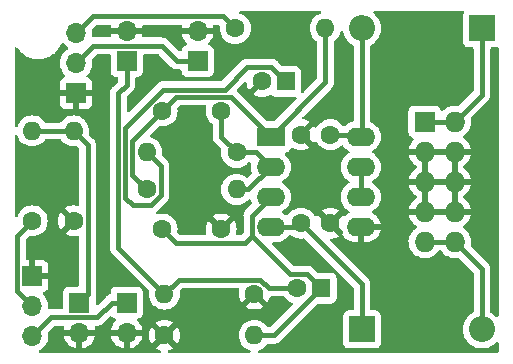
<source format=gbr>
%TF.GenerationSoftware,KiCad,Pcbnew,(6.0.0)*%
%TF.CreationDate,2022-01-09T16:20:31+00:00*%
%TF.ProjectId,aistompboxadapter,61697374-6f6d-4706-926f-786164617074,rev?*%
%TF.SameCoordinates,Original*%
%TF.FileFunction,Copper,L1,Top*%
%TF.FilePolarity,Positive*%
%FSLAX46Y46*%
G04 Gerber Fmt 4.6, Leading zero omitted, Abs format (unit mm)*
G04 Created by KiCad (PCBNEW (6.0.0)) date 2022-01-09 16:20:31*
%MOMM*%
%LPD*%
G01*
G04 APERTURE LIST*
%TA.AperFunction,ComponentPad*%
%ADD10C,1.600000*%
%TD*%
%TA.AperFunction,ComponentPad*%
%ADD11R,2.400000X1.600000*%
%TD*%
%TA.AperFunction,ComponentPad*%
%ADD12O,2.400000X1.600000*%
%TD*%
%TA.AperFunction,ComponentPad*%
%ADD13O,1.700000X1.700000*%
%TD*%
%TA.AperFunction,ComponentPad*%
%ADD14R,1.700000X1.700000*%
%TD*%
%TA.AperFunction,ComponentPad*%
%ADD15O,1.600000X1.600000*%
%TD*%
%TA.AperFunction,ComponentPad*%
%ADD16R,1.727200X1.727200*%
%TD*%
%TA.AperFunction,ComponentPad*%
%ADD17O,1.727200X1.727200*%
%TD*%
%TA.AperFunction,ComponentPad*%
%ADD18R,2.200000X2.200000*%
%TD*%
%TA.AperFunction,ComponentPad*%
%ADD19O,2.200000X2.200000*%
%TD*%
%TA.AperFunction,ComponentPad*%
%ADD20R,1.600000X1.600000*%
%TD*%
%TA.AperFunction,Conductor*%
%ADD21C,0.400000*%
%TD*%
G04 APERTURE END LIST*
D10*
%TO.P,C6,1*%
%TO.N,Net-(C6-Pad1)*%
X241000000Y-29000000D03*
%TO.P,C6,2*%
%TO.N,Net-(C6-Pad2)*%
X236000000Y-29000000D03*
%TD*%
%TO.P,C2,1*%
%TO.N,Net-(C1-Pad1)*%
X236000000Y-39000000D03*
%TO.P,C2,2*%
%TO.N,GND*%
X241000000Y-39000000D03*
%TD*%
D11*
%TO.P,U1,1*%
%TO.N,Net-(C6-Pad2)*%
X245200000Y-31200000D03*
D12*
%TO.P,U1,5,+*%
%TO.N,GND*%
X252820000Y-38820000D03*
%TO.P,U1,2,-*%
%TO.N,Net-(C6-Pad1)*%
X245200000Y-33740000D03*
%TO.P,U1,6,-*%
%TO.N,Net-(U1-Pad6)*%
X252820000Y-36280000D03*
%TO.P,U1,3,+*%
%TO.N,Net-(C1-Pad1)*%
X245200000Y-36280000D03*
%TO.P,U1,7*%
%TO.N,Net-(U1-Pad6)*%
X252820000Y-33740000D03*
%TO.P,U1,4,V-*%
%TO.N,+12V*%
X245200000Y-38820000D03*
%TO.P,U1,8,V+*%
%TO.N,-12V*%
X252820000Y-31200000D03*
%TD*%
D13*
%TO.P,RV2,3,3*%
%TO.N,Net-(R7-Pad1)*%
X228700000Y-22420000D03*
%TO.P,RV2,2,2*%
%TO.N,Net-(RV2-Pad2)*%
X228700000Y-24960000D03*
D14*
%TO.P,RV2,1,1*%
%TO.N,GND*%
X228700000Y-27500000D03*
%TD*%
D13*
%TO.P,RV1,3,3*%
%TO.N,Net-(RV1-Pad3)*%
X225000000Y-48055000D03*
%TO.P,RV1,2,2*%
%TO.N,Net-(R3-Pad1)*%
X225000000Y-45515000D03*
D14*
%TO.P,RV1,1,1*%
%TO.N,GND*%
X225000000Y-42975000D03*
%TD*%
D10*
%TO.P,R7,1*%
%TO.N,Net-(R7-Pad1)*%
X242190000Y-22000000D03*
D15*
%TO.P,R7,2*%
%TO.N,Net-(C6-Pad2)*%
X249810000Y-22000000D03*
%TD*%
D10*
%TO.P,R6,1*%
%TO.N,Net-(C6-Pad2)*%
X234690000Y-35650000D03*
D15*
%TO.P,R6,2*%
%TO.N,Net-(C6-Pad1)*%
X242310000Y-35650000D03*
%TD*%
D10*
%TO.P,R5,1*%
%TO.N,Net-(C6-Pad1)*%
X242310000Y-32500000D03*
D15*
%TO.P,R5,2*%
%TO.N,Net-(C3-Pad1)*%
X234690000Y-32500000D03*
%TD*%
D10*
%TO.P,R4,1*%
%TO.N,GND*%
X228500000Y-38310000D03*
D15*
%TO.P,R4,2*%
%TO.N,Net-(J4-Pad1)*%
X228500000Y-30690000D03*
%TD*%
D10*
%TO.P,R3,1*%
%TO.N,Net-(R3-Pad1)*%
X225000000Y-38310000D03*
D15*
%TO.P,R3,2*%
%TO.N,Net-(J4-Pad1)*%
X225000000Y-30690000D03*
%TD*%
D10*
%TO.P,R2,1*%
%TO.N,GND*%
X236190000Y-48000000D03*
D15*
%TO.P,R2,2*%
%TO.N,Net-(C1-Pad1)*%
X243810000Y-48000000D03*
%TD*%
D10*
%TO.P,R1,1*%
%TO.N,GND*%
X243810000Y-44500000D03*
D15*
%TO.P,R1,2*%
%TO.N,Net-(J2-Pad1)*%
X236190000Y-44500000D03*
%TD*%
D14*
%TO.P,J5,1,Pin_1*%
%TO.N,Net-(RV2-Pad2)*%
X239000000Y-24775000D03*
D13*
%TO.P,J5,2,Pin_2*%
%TO.N,GND*%
X239000000Y-22235000D03*
%TD*%
D14*
%TO.P,J4,1,Pin_1*%
%TO.N,Net-(J4-Pad1)*%
X229000000Y-45225000D03*
D13*
%TO.P,J4,2,Pin_2*%
%TO.N,GND*%
X229000000Y-47765000D03*
%TD*%
D16*
%TO.P,J3,1,Pin_1*%
%TO.N,Net-(D2-Pad1)*%
X258230000Y-29920000D03*
D17*
%TO.P,J3,2,Pin_2*%
X260770000Y-29920000D03*
%TO.P,J3,3,Pin_3*%
%TO.N,GND*%
X258230000Y-32460000D03*
%TO.P,J3,4,Pin_4*%
X260770000Y-32460000D03*
%TO.P,J3,5,Pin_5*%
X258230000Y-35000000D03*
%TO.P,J3,6,Pin_6*%
X260770000Y-35000000D03*
%TO.P,J3,7,Pin_7*%
X258230000Y-37540000D03*
%TO.P,J3,8,Pin_8*%
X260770000Y-37540000D03*
%TO.P,J3,9,Pin_9*%
%TO.N,Net-(D1-Pad2)*%
X258230000Y-40080000D03*
%TO.P,J3,10,Pin_10*%
X260770000Y-40080000D03*
%TD*%
D14*
%TO.P,J2,1,Pin_1*%
%TO.N,Net-(J2-Pad1)*%
X233000000Y-24775000D03*
D13*
%TO.P,J2,2,Pin_2*%
%TO.N,GND*%
X233000000Y-22235000D03*
%TD*%
D14*
%TO.P,J1,1,Pin_1*%
%TO.N,Net-(RV1-Pad3)*%
X233000000Y-45225000D03*
D13*
%TO.P,J1,2,Pin_2*%
%TO.N,GND*%
X233000000Y-47765000D03*
%TD*%
D18*
%TO.P,D2,1,K*%
%TO.N,Net-(D2-Pad1)*%
X263080000Y-22000000D03*
D19*
%TO.P,D2,2,A*%
%TO.N,-12V*%
X252920000Y-22000000D03*
%TD*%
D18*
%TO.P,D1,1,K*%
%TO.N,+12V*%
X252920000Y-47500000D03*
D19*
%TO.P,D1,2,A*%
%TO.N,Net-(D1-Pad2)*%
X263080000Y-47500000D03*
%TD*%
D10*
%TO.P,C5,1*%
%TO.N,GND*%
X247750000Y-31000000D03*
%TO.P,C5,2*%
%TO.N,-12V*%
X250250000Y-31000000D03*
%TD*%
%TO.P,C4,1*%
%TO.N,+12V*%
X247750000Y-38500000D03*
%TO.P,C4,2*%
%TO.N,GND*%
X250250000Y-38500000D03*
%TD*%
D20*
%TO.P,C3,1*%
%TO.N,Net-(C3-Pad1)*%
X246455113Y-26500000D03*
D10*
%TO.P,C3,2*%
%TO.N,GND*%
X244455113Y-26500000D03*
%TD*%
D20*
%TO.P,C1,1*%
%TO.N,Net-(C1-Pad1)*%
X249455113Y-44000000D03*
D10*
%TO.P,C1,2*%
%TO.N,Net-(J2-Pad1)*%
X247455113Y-44000000D03*
%TD*%
D21*
%TO.N,Net-(RV2-Pad2)*%
X237275000Y-24775000D02*
X239000000Y-24775000D01*
X235984511Y-23484511D02*
X237275000Y-24775000D01*
X228700000Y-24960000D02*
X230175489Y-23484511D01*
%TO.N,Net-(R7-Pad1)*%
X241175489Y-20985489D02*
X242190000Y-22000000D01*
X230134511Y-20985489D02*
X241175489Y-20985489D01*
%TO.N,Net-(RV2-Pad2)*%
X230175489Y-23484511D02*
X235984511Y-23484511D01*
%TO.N,Net-(R7-Pad1)*%
X228700000Y-22420000D02*
X230134511Y-20985489D01*
%TO.N,Net-(J2-Pad1)*%
X233000000Y-26775000D02*
X233000000Y-24775000D01*
X232291459Y-27483541D02*
X233000000Y-26775000D01*
X236190000Y-44500000D02*
X232291459Y-40601459D01*
X232291459Y-40601459D02*
X232291459Y-27483541D01*
%TO.N,Net-(D1-Pad2)*%
X260770000Y-40080000D02*
X258230000Y-40080000D01*
%TO.N,Net-(C3-Pad1)*%
X235889511Y-36146855D02*
X235889511Y-33699511D01*
X232890969Y-36390969D02*
X233500000Y-37000000D01*
X235036366Y-37000000D02*
X235889511Y-36146855D01*
X232890969Y-30412665D02*
X232890969Y-36390969D01*
X236102665Y-27200969D02*
X232890969Y-30412665D01*
X241299031Y-27200969D02*
X236102665Y-27200969D01*
X245255602Y-25300489D02*
X243199511Y-25300489D01*
X243199511Y-25300489D02*
X241299031Y-27200969D01*
X246455113Y-26500000D02*
X245255602Y-25300489D01*
X235889511Y-33699511D02*
X234690000Y-32500000D01*
X233500000Y-37000000D02*
X235036366Y-37000000D01*
%TO.N,Net-(C6-Pad2)*%
X237199511Y-27800489D02*
X236000000Y-29000000D01*
X241800489Y-27800489D02*
X237199511Y-27800489D01*
X245200000Y-31200000D02*
X241800489Y-27800489D01*
%TO.N,Net-(U1-Pad6)*%
X252820000Y-33740000D02*
X252820000Y-36280000D01*
%TO.N,Net-(C6-Pad2)*%
X236000000Y-29000000D02*
X233490489Y-31509511D01*
X233490489Y-34450489D02*
X234690000Y-35650000D01*
X233490489Y-31509511D02*
X233490489Y-34450489D01*
%TO.N,Net-(C1-Pad1)*%
X243001449Y-40199511D02*
X243600480Y-39600480D01*
X236000000Y-39000000D02*
X237199511Y-40199511D01*
X237199511Y-40199511D02*
X243001449Y-40199511D01*
%TO.N,Net-(J4-Pad1)*%
X229699511Y-44525489D02*
X229000000Y-45225000D01*
X229699511Y-31889511D02*
X229699511Y-44525489D01*
X228500000Y-30690000D02*
X229699511Y-31889511D01*
X225000000Y-30690000D02*
X228500000Y-30690000D01*
%TO.N,Net-(R3-Pad1)*%
X223750489Y-39559511D02*
X225000000Y-38310000D01*
X225000000Y-45515000D02*
X223750489Y-44265489D01*
X223750489Y-44265489D02*
X223750489Y-39559511D01*
%TO.N,Net-(RV1-Pad3)*%
X230500489Y-46474511D02*
X226580489Y-46474511D01*
X226580489Y-46474511D02*
X225000000Y-48055000D01*
X233000000Y-45225000D02*
X231750000Y-45225000D01*
X231750000Y-45225000D02*
X230500489Y-46474511D01*
%TO.N,Net-(J2-Pad1)*%
X237389511Y-43300489D02*
X236190000Y-44500000D01*
X244306855Y-43300489D02*
X237389511Y-43300489D01*
X245006366Y-44000000D02*
X244306855Y-43300489D01*
X247455113Y-44000000D02*
X245006366Y-44000000D01*
%TO.N,Net-(C6-Pad1)*%
X241000000Y-31190000D02*
X242310000Y-32500000D01*
X241000000Y-29000000D02*
X241000000Y-31190000D01*
X243960000Y-32500000D02*
X245200000Y-33740000D01*
X242310000Y-32500000D02*
X243960000Y-32500000D01*
X243290000Y-35650000D02*
X245200000Y-33740000D01*
X242310000Y-35650000D02*
X243290000Y-35650000D01*
%TO.N,Net-(C6-Pad2)*%
X249810000Y-26590000D02*
X245200000Y-31200000D01*
X249810000Y-22000000D02*
X249810000Y-26590000D01*
%TO.N,Net-(C1-Pad1)*%
X246800489Y-42800489D02*
X248255602Y-42800489D01*
X243600480Y-39600480D02*
X246800489Y-42800489D01*
X243600480Y-37879520D02*
X243600480Y-39600480D01*
X248255602Y-42800489D02*
X249455113Y-44000000D01*
X245200000Y-36280000D02*
X243600480Y-37879520D01*
X245455113Y-48000000D02*
X249455113Y-44000000D01*
X243810000Y-48000000D02*
X245455113Y-48000000D01*
%TO.N,+12V*%
X245200000Y-38820000D02*
X247430000Y-38820000D01*
X247430000Y-38820000D02*
X247750000Y-38500000D01*
X252920000Y-43670000D02*
X247750000Y-38500000D01*
X252920000Y-47500000D02*
X252920000Y-43670000D01*
%TO.N,Net-(D1-Pad2)*%
X263080000Y-42390000D02*
X260770000Y-40080000D01*
X263080000Y-47500000D02*
X263080000Y-42390000D01*
%TO.N,-12V*%
X252620000Y-31000000D02*
X252820000Y-31200000D01*
X250250000Y-31000000D02*
X252620000Y-31000000D01*
X252920000Y-31100000D02*
X252820000Y-31200000D01*
X252920000Y-22000000D02*
X252920000Y-31100000D01*
%TO.N,Net-(D2-Pad1)*%
X258230000Y-29920000D02*
X260770000Y-29920000D01*
X263080000Y-27610000D02*
X260770000Y-29920000D01*
X263080000Y-22000000D02*
X263080000Y-27610000D01*
%TD*%
%TA.AperFunction,Conductor*%
%TO.N,GND*%
G36*
X227625116Y-23262722D02*
G01*
X227653804Y-23287216D01*
X227742865Y-23390031D01*
X227742869Y-23390035D01*
X227746250Y-23393938D01*
X227918126Y-23536632D01*
X227932838Y-23545229D01*
X227991445Y-23579476D01*
X228040169Y-23631114D01*
X228053240Y-23700897D01*
X228026509Y-23766669D01*
X227986055Y-23800027D01*
X227973607Y-23806507D01*
X227969474Y-23809610D01*
X227969471Y-23809612D01*
X227812877Y-23927186D01*
X227794965Y-23940635D01*
X227640629Y-24102138D01*
X227637715Y-24106410D01*
X227637714Y-24106411D01*
X227620991Y-24130926D01*
X227514743Y-24286680D01*
X227506106Y-24305287D01*
X227444670Y-24437641D01*
X227420688Y-24489305D01*
X227360989Y-24704570D01*
X227337251Y-24926695D01*
X227337548Y-24931848D01*
X227337548Y-24931851D01*
X227343011Y-25026590D01*
X227350110Y-25149715D01*
X227351247Y-25154761D01*
X227351248Y-25154767D01*
X227374641Y-25258565D01*
X227399222Y-25367639D01*
X227483266Y-25574616D01*
X227485965Y-25579020D01*
X227576929Y-25727460D01*
X227599987Y-25765088D01*
X227746250Y-25933938D01*
X227750225Y-25937238D01*
X227750231Y-25937244D01*
X227755425Y-25941556D01*
X227795059Y-26000460D01*
X227796555Y-26071441D01*
X227759439Y-26131962D01*
X227719168Y-26156480D01*
X227611946Y-26196676D01*
X227596351Y-26205214D01*
X227494276Y-26281715D01*
X227481715Y-26294276D01*
X227405214Y-26396351D01*
X227396676Y-26411946D01*
X227351522Y-26532394D01*
X227347895Y-26547649D01*
X227342369Y-26598514D01*
X227342000Y-26605328D01*
X227342000Y-27227885D01*
X227346475Y-27243124D01*
X227347865Y-27244329D01*
X227355548Y-27246000D01*
X230039884Y-27246000D01*
X230055123Y-27241525D01*
X230056328Y-27240135D01*
X230057999Y-27232452D01*
X230057999Y-26605331D01*
X230057629Y-26598510D01*
X230052105Y-26547648D01*
X230048479Y-26532396D01*
X230003324Y-26411946D01*
X229994786Y-26396351D01*
X229918285Y-26294276D01*
X229905724Y-26281715D01*
X229803649Y-26205214D01*
X229788054Y-26196676D01*
X229677813Y-26155348D01*
X229621049Y-26112706D01*
X229596349Y-26046145D01*
X229611557Y-25976796D01*
X229633104Y-25948115D01*
X229734430Y-25847144D01*
X229734440Y-25847132D01*
X229738096Y-25843489D01*
X229797594Y-25760689D01*
X229865435Y-25666277D01*
X229868453Y-25662077D01*
X229875179Y-25648469D01*
X229965136Y-25466453D01*
X229965137Y-25466451D01*
X229967430Y-25461811D01*
X230032370Y-25248069D01*
X230061529Y-25026590D01*
X230063156Y-24960000D01*
X230044852Y-24737361D01*
X230043593Y-24732348D01*
X230043591Y-24732337D01*
X230038115Y-24710540D01*
X230040918Y-24639598D01*
X230071223Y-24590747D01*
X230432054Y-24229916D01*
X230494366Y-24195890D01*
X230521149Y-24193011D01*
X231515500Y-24193011D01*
X231583621Y-24213013D01*
X231630114Y-24266669D01*
X231641500Y-24319011D01*
X231641500Y-25673134D01*
X231648255Y-25735316D01*
X231699385Y-25871705D01*
X231786739Y-25988261D01*
X231903295Y-26075615D01*
X232039684Y-26126745D01*
X232101866Y-26133500D01*
X232165500Y-26133500D01*
X232233621Y-26153502D01*
X232280114Y-26207158D01*
X232291500Y-26259500D01*
X232291500Y-26429340D01*
X232271498Y-26497461D01*
X232254595Y-26518435D01*
X231810939Y-26962091D01*
X231804674Y-26967945D01*
X231761074Y-27005980D01*
X231756707Y-27012194D01*
X231724331Y-27058260D01*
X231720398Y-27063555D01*
X231680983Y-27113823D01*
X231677860Y-27120739D01*
X231676476Y-27123025D01*
X231668102Y-27137706D01*
X231666837Y-27140066D01*
X231662469Y-27146280D01*
X231659709Y-27153359D01*
X231659708Y-27153361D01*
X231639257Y-27205816D01*
X231636706Y-27211885D01*
X231610414Y-27270114D01*
X231609030Y-27277581D01*
X231608229Y-27280136D01*
X231603600Y-27296389D01*
X231602937Y-27298969D01*
X231600177Y-27306050D01*
X231599186Y-27313581D01*
X231599185Y-27313583D01*
X231591838Y-27369393D01*
X231590807Y-27375900D01*
X231579163Y-27438727D01*
X231579600Y-27446307D01*
X231579600Y-27446308D01*
X231582750Y-27500933D01*
X231582959Y-27508187D01*
X231582959Y-40572547D01*
X231582667Y-40581117D01*
X231578734Y-40638811D01*
X231580039Y-40646288D01*
X231580039Y-40646289D01*
X231589720Y-40701758D01*
X231590682Y-40708280D01*
X231598357Y-40771701D01*
X231601040Y-40778802D01*
X231601681Y-40781411D01*
X231606144Y-40797721D01*
X231606909Y-40800257D01*
X231608216Y-40807743D01*
X231620043Y-40834684D01*
X231633901Y-40866254D01*
X231636392Y-40872358D01*
X231658972Y-40932115D01*
X231663276Y-40938378D01*
X231664513Y-40940744D01*
X231672758Y-40955556D01*
X231674091Y-40957810D01*
X231677144Y-40964764D01*
X231681766Y-40970787D01*
X231716038Y-41015450D01*
X231719918Y-41020791D01*
X231751798Y-41067179D01*
X231751803Y-41067184D01*
X231756102Y-41073440D01*
X231761772Y-41078491D01*
X231761773Y-41078493D01*
X231802629Y-41114894D01*
X231807905Y-41119875D01*
X234860018Y-44171988D01*
X234894044Y-44234300D01*
X234896444Y-44272063D01*
X234876502Y-44500000D01*
X234896457Y-44728087D01*
X234897881Y-44733400D01*
X234897881Y-44733402D01*
X234935981Y-44875590D01*
X234955716Y-44949243D01*
X234958039Y-44954224D01*
X234958039Y-44954225D01*
X235050151Y-45151762D01*
X235050154Y-45151767D01*
X235052477Y-45156749D01*
X235091312Y-45212211D01*
X235154005Y-45301745D01*
X235183802Y-45344300D01*
X235345700Y-45506198D01*
X235350208Y-45509355D01*
X235350211Y-45509357D01*
X235363076Y-45518365D01*
X235533251Y-45637523D01*
X235538233Y-45639846D01*
X235538238Y-45639849D01*
X235734765Y-45731490D01*
X235740757Y-45734284D01*
X235746065Y-45735706D01*
X235746067Y-45735707D01*
X235956598Y-45792119D01*
X235956600Y-45792119D01*
X235961913Y-45793543D01*
X236190000Y-45813498D01*
X236418087Y-45793543D01*
X236423400Y-45792119D01*
X236423402Y-45792119D01*
X236633933Y-45735707D01*
X236633935Y-45735706D01*
X236639243Y-45734284D01*
X236645235Y-45731490D01*
X236841762Y-45639849D01*
X236841767Y-45639846D01*
X236846749Y-45637523D01*
X236920243Y-45586062D01*
X243088493Y-45586062D01*
X243097789Y-45598077D01*
X243148994Y-45633931D01*
X243158489Y-45639414D01*
X243355947Y-45731490D01*
X243366239Y-45735236D01*
X243576688Y-45791625D01*
X243587481Y-45793528D01*
X243804525Y-45812517D01*
X243815475Y-45812517D01*
X244032519Y-45793528D01*
X244043312Y-45791625D01*
X244253761Y-45735236D01*
X244264053Y-45731490D01*
X244461511Y-45639414D01*
X244471006Y-45633931D01*
X244523048Y-45597491D01*
X244531424Y-45587012D01*
X244524356Y-45573566D01*
X243822812Y-44872022D01*
X243808868Y-44864408D01*
X243807035Y-44864539D01*
X243800420Y-44868790D01*
X243094923Y-45574287D01*
X243088493Y-45586062D01*
X236920243Y-45586062D01*
X237016924Y-45518365D01*
X237029789Y-45509357D01*
X237029792Y-45509355D01*
X237034300Y-45506198D01*
X237196198Y-45344300D01*
X237225996Y-45301745D01*
X237288688Y-45212211D01*
X237327523Y-45156749D01*
X237329846Y-45151767D01*
X237329849Y-45151762D01*
X237421961Y-44954225D01*
X237421961Y-44954224D01*
X237424284Y-44949243D01*
X237444020Y-44875590D01*
X237482119Y-44733402D01*
X237482119Y-44733400D01*
X237483543Y-44728087D01*
X237503498Y-44500000D01*
X237483556Y-44272064D01*
X237497545Y-44202460D01*
X237519982Y-44171988D01*
X237646076Y-44045894D01*
X237708388Y-44011868D01*
X237735171Y-44008989D01*
X242423218Y-44008989D01*
X242491339Y-44028991D01*
X242537832Y-44082647D01*
X242547936Y-44152921D01*
X242544925Y-44167600D01*
X242518375Y-44266688D01*
X242516472Y-44277481D01*
X242497483Y-44494525D01*
X242497483Y-44505475D01*
X242516472Y-44722519D01*
X242518375Y-44733312D01*
X242574764Y-44943761D01*
X242578510Y-44954053D01*
X242670586Y-45151511D01*
X242676069Y-45161006D01*
X242712509Y-45213048D01*
X242722988Y-45221424D01*
X242736434Y-45214356D01*
X243720905Y-44229885D01*
X243783217Y-44195859D01*
X243854032Y-44200924D01*
X243899095Y-44229885D01*
X244884287Y-45215077D01*
X244896062Y-45221507D01*
X244908077Y-45212211D01*
X244943931Y-45161006D01*
X244949414Y-45151511D01*
X245041490Y-44954053D01*
X245045236Y-44943761D01*
X245083250Y-44801889D01*
X245120202Y-44741266D01*
X245184062Y-44710245D01*
X245204957Y-44708500D01*
X246288235Y-44708500D01*
X246356356Y-44728502D01*
X246391448Y-44762229D01*
X246428323Y-44814892D01*
X246448915Y-44844300D01*
X246610813Y-45006198D01*
X246615321Y-45009355D01*
X246615324Y-45009357D01*
X246637622Y-45024970D01*
X246798364Y-45137523D01*
X246803349Y-45139847D01*
X246803355Y-45139851D01*
X246988038Y-45225969D01*
X247041324Y-45272886D01*
X247060785Y-45341163D01*
X247040243Y-45409123D01*
X247023884Y-45429259D01*
X245198548Y-47254595D01*
X245136236Y-47288621D01*
X245109453Y-47291500D01*
X244976878Y-47291500D01*
X244908757Y-47271498D01*
X244873665Y-47237771D01*
X244819357Y-47160211D01*
X244819355Y-47160208D01*
X244816198Y-47155700D01*
X244654300Y-46993802D01*
X244649792Y-46990645D01*
X244649789Y-46990643D01*
X244571611Y-46935902D01*
X244466749Y-46862477D01*
X244461767Y-46860154D01*
X244461762Y-46860151D01*
X244264225Y-46768039D01*
X244264224Y-46768039D01*
X244259243Y-46765716D01*
X244253935Y-46764294D01*
X244253933Y-46764293D01*
X244043402Y-46707881D01*
X244043400Y-46707881D01*
X244038087Y-46706457D01*
X243810000Y-46686502D01*
X243581913Y-46706457D01*
X243576600Y-46707881D01*
X243576598Y-46707881D01*
X243366067Y-46764293D01*
X243366065Y-46764294D01*
X243360757Y-46765716D01*
X243355776Y-46768039D01*
X243355775Y-46768039D01*
X243158238Y-46860151D01*
X243158233Y-46860154D01*
X243153251Y-46862477D01*
X243048389Y-46935902D01*
X242970211Y-46990643D01*
X242970208Y-46990645D01*
X242965700Y-46993802D01*
X242803802Y-47155700D01*
X242800645Y-47160208D01*
X242800643Y-47160211D01*
X242782634Y-47185931D01*
X242672477Y-47343251D01*
X242670154Y-47348233D01*
X242670151Y-47348238D01*
X242587798Y-47524846D01*
X242575716Y-47550757D01*
X242574294Y-47556065D01*
X242574293Y-47556067D01*
X242526011Y-47736258D01*
X242516457Y-47771913D01*
X242496502Y-48000000D01*
X242516457Y-48228087D01*
X242517881Y-48233400D01*
X242517881Y-48233402D01*
X242555025Y-48372022D01*
X242575716Y-48449243D01*
X242578039Y-48454224D01*
X242578039Y-48454225D01*
X242670151Y-48651762D01*
X242670154Y-48651767D01*
X242672477Y-48656749D01*
X242708714Y-48708500D01*
X242799599Y-48838297D01*
X242803802Y-48844300D01*
X242965700Y-49006198D01*
X242970208Y-49009355D01*
X242970211Y-49009357D01*
X243006126Y-49034505D01*
X243153251Y-49137523D01*
X243158233Y-49139846D01*
X243158238Y-49139849D01*
X243347641Y-49228168D01*
X243360757Y-49234284D01*
X243366065Y-49235706D01*
X243366067Y-49235707D01*
X243398111Y-49244293D01*
X243458734Y-49281245D01*
X243489755Y-49345105D01*
X243481327Y-49415600D01*
X243436124Y-49470347D01*
X243365500Y-49492000D01*
X236632570Y-49492000D01*
X236564449Y-49471998D01*
X236517956Y-49418342D01*
X236507852Y-49348068D01*
X236537346Y-49283488D01*
X236599959Y-49244293D01*
X236633761Y-49235236D01*
X236644053Y-49231490D01*
X236841511Y-49139414D01*
X236851006Y-49133931D01*
X236903048Y-49097491D01*
X236911424Y-49087012D01*
X236904356Y-49073566D01*
X236202812Y-48372022D01*
X236188868Y-48364408D01*
X236187035Y-48364539D01*
X236180420Y-48368790D01*
X235474923Y-49074287D01*
X235468493Y-49086062D01*
X235477789Y-49098077D01*
X235528994Y-49133931D01*
X235538489Y-49139414D01*
X235735947Y-49231490D01*
X235746239Y-49235236D01*
X235780041Y-49244293D01*
X235840664Y-49281245D01*
X235871685Y-49345105D01*
X235863257Y-49415600D01*
X235818054Y-49470347D01*
X235747430Y-49492000D01*
X225698408Y-49492000D01*
X225630287Y-49471998D01*
X225583794Y-49418342D01*
X225573690Y-49348068D01*
X225603184Y-49283488D01*
X225642972Y-49252851D01*
X225697994Y-49225896D01*
X225879860Y-49096173D01*
X225890007Y-49086062D01*
X226034435Y-48942137D01*
X226038096Y-48938489D01*
X226042426Y-48932464D01*
X226165435Y-48761277D01*
X226168453Y-48757077D01*
X226175963Y-48741883D01*
X226265136Y-48561453D01*
X226265137Y-48561451D01*
X226267430Y-48556811D01*
X226300375Y-48448376D01*
X226330865Y-48348023D01*
X226330865Y-48348021D01*
X226332370Y-48343069D01*
X226361529Y-48121590D01*
X226363156Y-48055000D01*
X226361345Y-48032966D01*
X227668257Y-48032966D01*
X227698565Y-48167446D01*
X227701645Y-48177275D01*
X227781770Y-48374603D01*
X227786413Y-48383794D01*
X227897694Y-48565388D01*
X227903777Y-48573699D01*
X228043213Y-48734667D01*
X228050580Y-48741883D01*
X228214434Y-48877916D01*
X228222881Y-48883831D01*
X228406756Y-48991279D01*
X228416042Y-48995729D01*
X228615001Y-49071703D01*
X228624899Y-49074579D01*
X228728250Y-49095606D01*
X228742299Y-49094410D01*
X228746000Y-49084065D01*
X228746000Y-49083517D01*
X229254000Y-49083517D01*
X229258064Y-49097359D01*
X229271478Y-49099393D01*
X229278184Y-49098534D01*
X229288262Y-49096392D01*
X229492255Y-49035191D01*
X229501842Y-49031433D01*
X229693095Y-48937739D01*
X229701945Y-48932464D01*
X229875328Y-48808792D01*
X229883200Y-48802139D01*
X230034052Y-48651812D01*
X230040730Y-48643965D01*
X230165003Y-48471020D01*
X230170313Y-48462183D01*
X230264670Y-48271267D01*
X230268469Y-48261672D01*
X230330377Y-48057910D01*
X230332555Y-48047837D01*
X230333986Y-48036962D01*
X230333363Y-48032966D01*
X231668257Y-48032966D01*
X231698565Y-48167446D01*
X231701645Y-48177275D01*
X231781770Y-48374603D01*
X231786413Y-48383794D01*
X231897694Y-48565388D01*
X231903777Y-48573699D01*
X232043213Y-48734667D01*
X232050580Y-48741883D01*
X232214434Y-48877916D01*
X232222881Y-48883831D01*
X232406756Y-48991279D01*
X232416042Y-48995729D01*
X232615001Y-49071703D01*
X232624899Y-49074579D01*
X232728250Y-49095606D01*
X232742299Y-49094410D01*
X232746000Y-49084065D01*
X232746000Y-49083517D01*
X233254000Y-49083517D01*
X233258064Y-49097359D01*
X233271478Y-49099393D01*
X233278184Y-49098534D01*
X233288262Y-49096392D01*
X233492255Y-49035191D01*
X233501842Y-49031433D01*
X233693095Y-48937739D01*
X233701945Y-48932464D01*
X233875328Y-48808792D01*
X233883200Y-48802139D01*
X234034052Y-48651812D01*
X234040730Y-48643965D01*
X234165003Y-48471020D01*
X234170313Y-48462183D01*
X234264670Y-48271267D01*
X234268469Y-48261672D01*
X234330377Y-48057910D01*
X234332555Y-48047837D01*
X234333986Y-48036962D01*
X234331775Y-48022778D01*
X234318617Y-48019000D01*
X233272115Y-48019000D01*
X233256876Y-48023475D01*
X233255671Y-48024865D01*
X233254000Y-48032548D01*
X233254000Y-49083517D01*
X232746000Y-49083517D01*
X232746000Y-48037115D01*
X232741525Y-48021876D01*
X232740135Y-48020671D01*
X232732452Y-48019000D01*
X231683225Y-48019000D01*
X231669694Y-48022973D01*
X231668257Y-48032966D01*
X230333363Y-48032966D01*
X230331775Y-48022778D01*
X230318617Y-48019000D01*
X229272115Y-48019000D01*
X229256876Y-48023475D01*
X229255671Y-48024865D01*
X229254000Y-48032548D01*
X229254000Y-49083517D01*
X228746000Y-49083517D01*
X228746000Y-48037115D01*
X228741525Y-48021876D01*
X228740135Y-48020671D01*
X228732452Y-48019000D01*
X227683225Y-48019000D01*
X227669694Y-48022973D01*
X227668257Y-48032966D01*
X226361345Y-48032966D01*
X226359085Y-48005475D01*
X234877483Y-48005475D01*
X234896472Y-48222519D01*
X234898375Y-48233312D01*
X234954764Y-48443761D01*
X234958510Y-48454053D01*
X235050586Y-48651511D01*
X235056069Y-48661006D01*
X235092509Y-48713048D01*
X235102988Y-48721424D01*
X235116434Y-48714356D01*
X235817978Y-48012812D01*
X235824356Y-48001132D01*
X236554408Y-48001132D01*
X236554539Y-48002965D01*
X236558790Y-48009580D01*
X237264287Y-48715077D01*
X237276062Y-48721507D01*
X237288077Y-48712211D01*
X237323931Y-48661006D01*
X237329414Y-48651511D01*
X237421490Y-48454053D01*
X237425236Y-48443761D01*
X237481625Y-48233312D01*
X237483528Y-48222519D01*
X237502517Y-48005475D01*
X237502517Y-47994525D01*
X237483528Y-47777481D01*
X237481625Y-47766688D01*
X237425236Y-47556239D01*
X237421490Y-47545947D01*
X237329414Y-47348489D01*
X237323931Y-47338994D01*
X237287491Y-47286952D01*
X237277012Y-47278576D01*
X237263566Y-47285644D01*
X236562022Y-47987188D01*
X236554408Y-48001132D01*
X235824356Y-48001132D01*
X235825592Y-47998868D01*
X235825461Y-47997035D01*
X235821210Y-47990420D01*
X235115713Y-47284923D01*
X235103938Y-47278493D01*
X235091923Y-47287789D01*
X235056069Y-47338994D01*
X235050586Y-47348489D01*
X234958510Y-47545947D01*
X234954764Y-47556239D01*
X234898375Y-47766688D01*
X234896472Y-47777481D01*
X234877483Y-47994525D01*
X234877483Y-48005475D01*
X226359085Y-48005475D01*
X226344852Y-47832361D01*
X226343593Y-47827348D01*
X226343591Y-47827337D01*
X226338115Y-47805540D01*
X226340918Y-47734598D01*
X226371223Y-47685747D01*
X226837054Y-47219916D01*
X226899366Y-47185890D01*
X226926149Y-47183011D01*
X227586373Y-47183011D01*
X227654494Y-47203013D01*
X227700987Y-47256669D01*
X227711091Y-47326943D01*
X227707790Y-47342683D01*
X227664389Y-47499183D01*
X227665912Y-47507607D01*
X227678292Y-47511000D01*
X230318344Y-47511000D01*
X230331875Y-47507027D01*
X230333180Y-47497947D01*
X230293432Y-47339707D01*
X230296236Y-47268766D01*
X230336948Y-47210602D01*
X230402644Y-47183683D01*
X230415636Y-47183011D01*
X230471577Y-47183011D01*
X230480147Y-47183303D01*
X230530265Y-47186720D01*
X230530269Y-47186720D01*
X230537841Y-47187236D01*
X230545318Y-47185931D01*
X230545319Y-47185931D01*
X230571797Y-47181310D01*
X230600792Y-47176249D01*
X230607310Y-47175288D01*
X230670731Y-47167613D01*
X230677832Y-47164930D01*
X230680441Y-47164289D01*
X230696751Y-47159826D01*
X230699287Y-47159061D01*
X230706773Y-47157754D01*
X230765289Y-47132067D01*
X230771393Y-47129576D01*
X230824037Y-47109684D01*
X230824038Y-47109683D01*
X230831145Y-47106998D01*
X230837408Y-47102694D01*
X230839774Y-47101457D01*
X230854586Y-47093212D01*
X230856840Y-47091879D01*
X230863794Y-47088826D01*
X230914491Y-47049924D01*
X230919821Y-47046052D01*
X230966209Y-47014172D01*
X230966214Y-47014167D01*
X230972470Y-47009868D01*
X230986785Y-46993802D01*
X231013924Y-46963341D01*
X231018905Y-46958065D01*
X231577721Y-46399249D01*
X231640033Y-46365223D01*
X231710848Y-46370288D01*
X231767641Y-46412779D01*
X231786739Y-46438261D01*
X231903295Y-46525615D01*
X231911704Y-46528767D01*
X231911705Y-46528768D01*
X232020960Y-46569726D01*
X232077725Y-46612367D01*
X232102425Y-46678929D01*
X232087218Y-46748278D01*
X232067825Y-46774759D01*
X231944590Y-46903717D01*
X231938104Y-46911727D01*
X231818098Y-47087649D01*
X231813000Y-47096623D01*
X231723338Y-47289783D01*
X231719775Y-47299470D01*
X231664389Y-47499183D01*
X231665912Y-47507607D01*
X231678292Y-47511000D01*
X234318344Y-47511000D01*
X234331875Y-47507027D01*
X234333180Y-47497947D01*
X234291214Y-47330875D01*
X234287894Y-47321124D01*
X234202972Y-47125814D01*
X234198105Y-47116739D01*
X234082426Y-46937926D01*
X234076136Y-46929757D01*
X234060877Y-46912988D01*
X235468576Y-46912988D01*
X235475644Y-46926434D01*
X236177188Y-47627978D01*
X236191132Y-47635592D01*
X236192965Y-47635461D01*
X236199580Y-47631210D01*
X236905077Y-46925713D01*
X236911507Y-46913938D01*
X236902211Y-46901923D01*
X236851006Y-46866069D01*
X236841511Y-46860586D01*
X236644053Y-46768510D01*
X236633761Y-46764764D01*
X236423312Y-46708375D01*
X236412519Y-46706472D01*
X236195475Y-46687483D01*
X236184525Y-46687483D01*
X235967481Y-46706472D01*
X235956688Y-46708375D01*
X235746239Y-46764764D01*
X235735947Y-46768510D01*
X235538489Y-46860586D01*
X235528994Y-46866069D01*
X235476952Y-46902509D01*
X235468576Y-46912988D01*
X234060877Y-46912988D01*
X233932293Y-46771677D01*
X233901241Y-46707831D01*
X233909635Y-46637333D01*
X233954812Y-46582564D01*
X233981256Y-46568895D01*
X234088297Y-46528767D01*
X234096705Y-46525615D01*
X234213261Y-46438261D01*
X234300615Y-46321705D01*
X234351745Y-46185316D01*
X234358500Y-46123134D01*
X234358500Y-44326866D01*
X234351745Y-44264684D01*
X234300615Y-44128295D01*
X234213261Y-44011739D01*
X234096705Y-43924385D01*
X233960316Y-43873255D01*
X233898134Y-43866500D01*
X232101866Y-43866500D01*
X232039684Y-43873255D01*
X231903295Y-43924385D01*
X231786739Y-44011739D01*
X231699385Y-44128295D01*
X231648255Y-44264684D01*
X231641500Y-44326866D01*
X231641500Y-44419613D01*
X231621498Y-44487734D01*
X231567842Y-44534227D01*
X231551914Y-44540236D01*
X231551197Y-44540453D01*
X231543716Y-44541758D01*
X231536767Y-44544808D01*
X231536765Y-44544809D01*
X231485212Y-44567439D01*
X231479105Y-44569931D01*
X231426452Y-44589827D01*
X231419344Y-44592513D01*
X231413083Y-44596816D01*
X231410717Y-44598053D01*
X231395937Y-44606280D01*
X231393652Y-44607631D01*
X231386695Y-44610685D01*
X231380675Y-44615305D01*
X231380669Y-44615308D01*
X231357456Y-44633121D01*
X231335998Y-44649587D01*
X231330668Y-44653459D01*
X231284280Y-44685339D01*
X231284275Y-44685344D01*
X231278019Y-44689643D01*
X231272968Y-44695313D01*
X231272966Y-44695314D01*
X231236565Y-44736170D01*
X231231584Y-44741446D01*
X230573595Y-45399435D01*
X230511283Y-45433461D01*
X230440468Y-45428396D01*
X230383632Y-45385849D01*
X230358821Y-45319329D01*
X230358500Y-45310340D01*
X230358500Y-44814892D01*
X230369663Y-44763041D01*
X230377433Y-44745833D01*
X230377433Y-44745832D01*
X230380556Y-44738916D01*
X230381940Y-44731452D01*
X230382733Y-44728920D01*
X230387370Y-44712641D01*
X230388033Y-44710061D01*
X230390793Y-44702980D01*
X230391803Y-44695314D01*
X230395684Y-44665828D01*
X230399133Y-44639628D01*
X230400164Y-44633121D01*
X230403466Y-44615308D01*
X230411807Y-44570303D01*
X230409593Y-44531898D01*
X230408220Y-44508097D01*
X230408011Y-44500843D01*
X230408011Y-31918438D01*
X230408303Y-31909869D01*
X230411721Y-31859736D01*
X230411721Y-31859732D01*
X230412237Y-31852159D01*
X230401247Y-31789192D01*
X230400286Y-31782676D01*
X230399467Y-31775908D01*
X230392613Y-31719269D01*
X230389930Y-31712168D01*
X230389289Y-31709559D01*
X230384820Y-31693226D01*
X230384059Y-31690706D01*
X230382754Y-31683228D01*
X230379702Y-31676275D01*
X230357070Y-31624715D01*
X230354579Y-31618610D01*
X230334686Y-31565967D01*
X230334684Y-31565963D01*
X230331998Y-31558855D01*
X230327695Y-31552594D01*
X230326458Y-31550228D01*
X230318231Y-31535448D01*
X230316880Y-31533163D01*
X230313826Y-31526206D01*
X230309206Y-31520186D01*
X230309203Y-31520180D01*
X230274932Y-31475520D01*
X230271052Y-31470179D01*
X230239172Y-31423791D01*
X230239167Y-31423786D01*
X230234868Y-31417530D01*
X230228249Y-31411632D01*
X230188341Y-31376076D01*
X230183065Y-31371095D01*
X229829982Y-31018012D01*
X229795956Y-30955700D01*
X229793556Y-30917935D01*
X229795658Y-30893916D01*
X229813498Y-30690000D01*
X229793543Y-30461913D01*
X229763697Y-30350528D01*
X229735707Y-30246067D01*
X229735706Y-30246065D01*
X229734284Y-30240757D01*
X229731266Y-30234284D01*
X229639849Y-30038238D01*
X229639846Y-30038233D01*
X229637523Y-30033251D01*
X229548741Y-29906457D01*
X229509357Y-29850211D01*
X229509355Y-29850208D01*
X229506198Y-29845700D01*
X229344300Y-29683802D01*
X229339792Y-29680645D01*
X229339789Y-29680643D01*
X229245387Y-29614542D01*
X229156749Y-29552477D01*
X229151767Y-29550154D01*
X229151762Y-29550151D01*
X228954225Y-29458039D01*
X228954224Y-29458039D01*
X228949243Y-29455716D01*
X228943935Y-29454294D01*
X228943933Y-29454293D01*
X228733402Y-29397881D01*
X228733400Y-29397881D01*
X228728087Y-29396457D01*
X228500000Y-29376502D01*
X228271913Y-29396457D01*
X228266600Y-29397881D01*
X228266598Y-29397881D01*
X228056067Y-29454293D01*
X228056065Y-29454294D01*
X228050757Y-29455716D01*
X228045776Y-29458039D01*
X228045775Y-29458039D01*
X227848238Y-29550151D01*
X227848233Y-29550154D01*
X227843251Y-29552477D01*
X227754613Y-29614542D01*
X227660211Y-29680643D01*
X227660208Y-29680645D01*
X227655700Y-29683802D01*
X227493802Y-29845700D01*
X227490645Y-29850208D01*
X227490643Y-29850211D01*
X227436335Y-29927771D01*
X227380878Y-29972099D01*
X227333122Y-29981500D01*
X226166878Y-29981500D01*
X226098757Y-29961498D01*
X226063665Y-29927771D01*
X226009357Y-29850211D01*
X226009355Y-29850208D01*
X226006198Y-29845700D01*
X225844300Y-29683802D01*
X225839792Y-29680645D01*
X225839789Y-29680643D01*
X225745387Y-29614542D01*
X225656749Y-29552477D01*
X225651767Y-29550154D01*
X225651762Y-29550151D01*
X225454225Y-29458039D01*
X225454224Y-29458039D01*
X225449243Y-29455716D01*
X225443935Y-29454294D01*
X225443933Y-29454293D01*
X225233402Y-29397881D01*
X225233400Y-29397881D01*
X225228087Y-29396457D01*
X225000000Y-29376502D01*
X224771913Y-29396457D01*
X224766600Y-29397881D01*
X224766598Y-29397881D01*
X224556067Y-29454293D01*
X224556065Y-29454294D01*
X224550757Y-29455716D01*
X224545776Y-29458039D01*
X224545775Y-29458039D01*
X224348238Y-29550151D01*
X224348233Y-29550154D01*
X224343251Y-29552477D01*
X224254613Y-29614542D01*
X224160211Y-29680643D01*
X224160208Y-29680645D01*
X224155700Y-29683802D01*
X223993802Y-29845700D01*
X223990645Y-29850208D01*
X223990643Y-29850211D01*
X223951259Y-29906457D01*
X223862477Y-30033251D01*
X223860154Y-30038233D01*
X223860151Y-30038238D01*
X223768734Y-30234284D01*
X223765716Y-30240757D01*
X223764294Y-30246065D01*
X223764293Y-30246067D01*
X223755707Y-30278111D01*
X223718755Y-30338734D01*
X223654895Y-30369755D01*
X223584400Y-30361327D01*
X223529653Y-30316124D01*
X223508000Y-30245500D01*
X223508000Y-28394669D01*
X227342001Y-28394669D01*
X227342371Y-28401490D01*
X227347895Y-28452352D01*
X227351521Y-28467604D01*
X227396676Y-28588054D01*
X227405214Y-28603649D01*
X227481715Y-28705724D01*
X227494276Y-28718285D01*
X227596351Y-28794786D01*
X227611946Y-28803324D01*
X227732394Y-28848478D01*
X227747649Y-28852105D01*
X227798514Y-28857631D01*
X227805328Y-28858000D01*
X228427885Y-28858000D01*
X228443124Y-28853525D01*
X228444329Y-28852135D01*
X228446000Y-28844452D01*
X228446000Y-28839884D01*
X228954000Y-28839884D01*
X228958475Y-28855123D01*
X228959865Y-28856328D01*
X228967548Y-28857999D01*
X229594669Y-28857999D01*
X229601490Y-28857629D01*
X229652352Y-28852105D01*
X229667604Y-28848479D01*
X229788054Y-28803324D01*
X229803649Y-28794786D01*
X229905724Y-28718285D01*
X229918285Y-28705724D01*
X229994786Y-28603649D01*
X230003324Y-28588054D01*
X230048478Y-28467606D01*
X230052105Y-28452351D01*
X230057631Y-28401486D01*
X230058000Y-28394672D01*
X230058000Y-27772115D01*
X230053525Y-27756876D01*
X230052135Y-27755671D01*
X230044452Y-27754000D01*
X228972115Y-27754000D01*
X228956876Y-27758475D01*
X228955671Y-27759865D01*
X228954000Y-27767548D01*
X228954000Y-28839884D01*
X228446000Y-28839884D01*
X228446000Y-27772115D01*
X228441525Y-27756876D01*
X228440135Y-27755671D01*
X228432452Y-27754000D01*
X227360116Y-27754000D01*
X227344877Y-27758475D01*
X227343672Y-27759865D01*
X227342001Y-27767548D01*
X227342001Y-28394669D01*
X223508000Y-28394669D01*
X223508000Y-23733364D01*
X223528002Y-23665243D01*
X223581658Y-23618750D01*
X223651932Y-23608646D01*
X223716512Y-23638140D01*
X223742116Y-23668658D01*
X223761411Y-23700897D01*
X223764561Y-23706161D01*
X223944313Y-23930528D01*
X224152851Y-24128423D01*
X224386317Y-24296186D01*
X224390112Y-24298195D01*
X224390113Y-24298196D01*
X224411869Y-24309715D01*
X224640392Y-24430712D01*
X224910373Y-24529511D01*
X225191264Y-24590755D01*
X225204288Y-24591780D01*
X225414282Y-24608307D01*
X225414291Y-24608307D01*
X225416739Y-24608500D01*
X225572271Y-24608500D01*
X225574407Y-24608354D01*
X225574418Y-24608354D01*
X225782548Y-24594165D01*
X225782554Y-24594164D01*
X225786825Y-24593873D01*
X225791020Y-24593004D01*
X225791022Y-24593004D01*
X225927583Y-24564724D01*
X226068342Y-24535574D01*
X226339343Y-24439607D01*
X226594812Y-24307750D01*
X226598313Y-24305289D01*
X226598317Y-24305287D01*
X226758069Y-24193011D01*
X226830023Y-24142441D01*
X226911745Y-24066500D01*
X227037479Y-23949661D01*
X227037481Y-23949658D01*
X227040622Y-23946740D01*
X227222713Y-23724268D01*
X227372927Y-23479142D01*
X227443195Y-23319066D01*
X227488890Y-23264733D01*
X227556708Y-23243728D01*
X227625116Y-23262722D01*
G37*
%TD.AperFunction*%
%TA.AperFunction,Conductor*%
G36*
X261470176Y-20528002D02*
G01*
X261516669Y-20581658D01*
X261526773Y-20651932D01*
X261520037Y-20678229D01*
X261481029Y-20782282D01*
X261481027Y-20782288D01*
X261478255Y-20789684D01*
X261471500Y-20851866D01*
X261471500Y-23148134D01*
X261478255Y-23210316D01*
X261529385Y-23346705D01*
X261616739Y-23463261D01*
X261733295Y-23550615D01*
X261869684Y-23601745D01*
X261931866Y-23608500D01*
X262245500Y-23608500D01*
X262313621Y-23628502D01*
X262360114Y-23682158D01*
X262371500Y-23734500D01*
X262371500Y-27264340D01*
X262351498Y-27332461D01*
X262334595Y-27353435D01*
X261149042Y-28538988D01*
X261086730Y-28573014D01*
X261037851Y-28573940D01*
X260904658Y-28550214D01*
X260904652Y-28550213D01*
X260899569Y-28549308D01*
X260827574Y-28548429D01*
X260679129Y-28546615D01*
X260679127Y-28546615D01*
X260673959Y-28546552D01*
X260450929Y-28580680D01*
X260236468Y-28650777D01*
X260036335Y-28754960D01*
X260032202Y-28758063D01*
X260032199Y-28758065D01*
X259860040Y-28887325D01*
X259855905Y-28890430D01*
X259852333Y-28894168D01*
X259792411Y-28956872D01*
X259730887Y-28992301D01*
X259659975Y-28988844D01*
X259602188Y-28947598D01*
X259583336Y-28914050D01*
X259547367Y-28818103D01*
X259544215Y-28809695D01*
X259456861Y-28693139D01*
X259340305Y-28605785D01*
X259203916Y-28554655D01*
X259141734Y-28547900D01*
X257318266Y-28547900D01*
X257256084Y-28554655D01*
X257119695Y-28605785D01*
X257003139Y-28693139D01*
X256915785Y-28809695D01*
X256864655Y-28946084D01*
X256857900Y-29008266D01*
X256857900Y-30831734D01*
X256864655Y-30893916D01*
X256915785Y-31030305D01*
X257003139Y-31146861D01*
X257119695Y-31234215D01*
X257128104Y-31237367D01*
X257128105Y-31237368D01*
X257223954Y-31273300D01*
X257280719Y-31315941D01*
X257305419Y-31382503D01*
X257290212Y-31451852D01*
X257270819Y-31478333D01*
X257163984Y-31590129D01*
X257157498Y-31598139D01*
X257036232Y-31775908D01*
X257031134Y-31784882D01*
X256940530Y-31980071D01*
X256936967Y-31989758D01*
X256880536Y-32193239D01*
X256882233Y-32202609D01*
X256894610Y-32206000D01*
X262102367Y-32206000D01*
X262115898Y-32202027D01*
X262117203Y-32192947D01*
X262074133Y-32021477D01*
X262070813Y-32011726D01*
X261984999Y-31814365D01*
X261980133Y-31805290D01*
X261863239Y-31624601D01*
X261856947Y-31616430D01*
X261712113Y-31457260D01*
X261704580Y-31450234D01*
X261535691Y-31316855D01*
X261527104Y-31311150D01*
X261508082Y-31300649D01*
X261458111Y-31250216D01*
X261443340Y-31180773D01*
X261468457Y-31114368D01*
X261495801Y-31087768D01*
X261658667Y-30971596D01*
X261818487Y-30812333D01*
X261950150Y-30629105D01*
X262030073Y-30467393D01*
X262047824Y-30431477D01*
X262047825Y-30431475D01*
X262050118Y-30426835D01*
X262115708Y-30210952D01*
X262118382Y-30190643D01*
X262144721Y-29990578D01*
X262144722Y-29990572D01*
X262145158Y-29987256D01*
X262145320Y-29980641D01*
X262146720Y-29923364D01*
X262146720Y-29923360D01*
X262146802Y-29920000D01*
X262128315Y-29695132D01*
X262119322Y-29659330D01*
X262122126Y-29588389D01*
X262152431Y-29539539D01*
X262833971Y-28858000D01*
X263560528Y-28131443D01*
X263566793Y-28125589D01*
X263604664Y-28092552D01*
X263604665Y-28092551D01*
X263610385Y-28087561D01*
X263647136Y-28035271D01*
X263651028Y-28030029D01*
X263690476Y-27979718D01*
X263693600Y-27972799D01*
X263694988Y-27970507D01*
X263703357Y-27955835D01*
X263704622Y-27953475D01*
X263708990Y-27947261D01*
X263732203Y-27887723D01*
X263734759Y-27881642D01*
X263757918Y-27830352D01*
X263761045Y-27823427D01*
X263762430Y-27815954D01*
X263763234Y-27813388D01*
X263767861Y-27797144D01*
X263768522Y-27794570D01*
X263771282Y-27787491D01*
X263779622Y-27724139D01*
X263780654Y-27717623D01*
X263790911Y-27662281D01*
X263792295Y-27654814D01*
X263791055Y-27633299D01*
X263788709Y-27592620D01*
X263788500Y-27585367D01*
X263788500Y-23734500D01*
X263808502Y-23666379D01*
X263862158Y-23619886D01*
X263914500Y-23608500D01*
X264228134Y-23608500D01*
X264290316Y-23601745D01*
X264297717Y-23598970D01*
X264297719Y-23598970D01*
X264321769Y-23589954D01*
X264392576Y-23584770D01*
X264454946Y-23618690D01*
X264489075Y-23680945D01*
X264492000Y-23707935D01*
X264492000Y-46334983D01*
X264471998Y-46403104D01*
X264418342Y-46449597D01*
X264348068Y-46459701D01*
X264283488Y-46430207D01*
X264270189Y-46416814D01*
X264224106Y-46362858D01*
X264220898Y-46359102D01*
X264028376Y-46194672D01*
X263848665Y-46084544D01*
X263801034Y-46031897D01*
X263788500Y-45977112D01*
X263788500Y-42418912D01*
X263788792Y-42410342D01*
X263792209Y-42360224D01*
X263792209Y-42360220D01*
X263792725Y-42352648D01*
X263781739Y-42289703D01*
X263780777Y-42283182D01*
X263779887Y-42275827D01*
X263773102Y-42219758D01*
X263770416Y-42212650D01*
X263769779Y-42210056D01*
X263765318Y-42193750D01*
X263764548Y-42191199D01*
X263763242Y-42183716D01*
X263747690Y-42148287D01*
X263737561Y-42125212D01*
X263735069Y-42119105D01*
X263715173Y-42066452D01*
X263715173Y-42066451D01*
X263712487Y-42059344D01*
X263708184Y-42053083D01*
X263706947Y-42050717D01*
X263698720Y-42035937D01*
X263697369Y-42033652D01*
X263694315Y-42026695D01*
X263689695Y-42020675D01*
X263689692Y-42020669D01*
X263655421Y-41976009D01*
X263651541Y-41970668D01*
X263619661Y-41924280D01*
X263619656Y-41924275D01*
X263615357Y-41918019D01*
X263568829Y-41876564D01*
X263563554Y-41871584D01*
X262153504Y-40461534D01*
X262119478Y-40399222D01*
X262117677Y-40355993D01*
X262119139Y-40344894D01*
X262145158Y-40147256D01*
X262145609Y-40128821D01*
X262146720Y-40083364D01*
X262146720Y-40083360D01*
X262146802Y-40080000D01*
X262128315Y-39855132D01*
X262073349Y-39636304D01*
X261983380Y-39429391D01*
X261877484Y-39265700D01*
X261863634Y-39244291D01*
X261863632Y-39244288D01*
X261860826Y-39239951D01*
X261708977Y-39073071D01*
X261704926Y-39069872D01*
X261704922Y-39069868D01*
X261535966Y-38936434D01*
X261535962Y-38936432D01*
X261531911Y-38933232D01*
X261527387Y-38930734D01*
X261527383Y-38930732D01*
X261508048Y-38920058D01*
X261458079Y-38869625D01*
X261443308Y-38800182D01*
X261468426Y-38733777D01*
X261495776Y-38707172D01*
X261654136Y-38594216D01*
X261662003Y-38587567D01*
X261814445Y-38435656D01*
X261821122Y-38427811D01*
X261946702Y-38253047D01*
X261952013Y-38244208D01*
X262047358Y-38051292D01*
X262051156Y-38041699D01*
X262113716Y-37835791D01*
X262115893Y-37825721D01*
X262117705Y-37811960D01*
X262115493Y-37797778D01*
X262102336Y-37794000D01*
X256899283Y-37794000D01*
X256885752Y-37797973D01*
X256884315Y-37807966D01*
X256915542Y-37946528D01*
X256918621Y-37956356D01*
X256999589Y-38155756D01*
X257004232Y-38164947D01*
X257116682Y-38348448D01*
X257122765Y-38356759D01*
X257263665Y-38519417D01*
X257271032Y-38526633D01*
X257436606Y-38664095D01*
X257445057Y-38670013D01*
X257494545Y-38698932D01*
X257543268Y-38750570D01*
X257556339Y-38820353D01*
X257529607Y-38886125D01*
X257498932Y-38913608D01*
X257496335Y-38914960D01*
X257492202Y-38918063D01*
X257492199Y-38918065D01*
X257320040Y-39047325D01*
X257315905Y-39050430D01*
X257250112Y-39119278D01*
X257212921Y-39158197D01*
X257160024Y-39213550D01*
X257032878Y-39399940D01*
X257030704Y-39404624D01*
X257030702Y-39404627D01*
X256941178Y-39597491D01*
X256937881Y-39604593D01*
X256877585Y-39822013D01*
X256853609Y-40046362D01*
X256853906Y-40051514D01*
X256853906Y-40051518D01*
X256859618Y-40150578D01*
X256866597Y-40271614D01*
X256867734Y-40276660D01*
X256867735Y-40276666D01*
X256888984Y-40370952D01*
X256916200Y-40491720D01*
X256918142Y-40496502D01*
X256918143Y-40496506D01*
X256994941Y-40685635D01*
X257001086Y-40700769D01*
X257003785Y-40705173D01*
X257114584Y-40885981D01*
X257118975Y-40893147D01*
X257266702Y-41063687D01*
X257440299Y-41207810D01*
X257444751Y-41210412D01*
X257444756Y-41210415D01*
X257534091Y-41262618D01*
X257635103Y-41321645D01*
X257845884Y-41402134D01*
X257850952Y-41403165D01*
X257850955Y-41403166D01*
X257900358Y-41413217D01*
X258066981Y-41447117D01*
X258072156Y-41447307D01*
X258072158Y-41447307D01*
X258287292Y-41455196D01*
X258287296Y-41455196D01*
X258292456Y-41455385D01*
X258297576Y-41454729D01*
X258297578Y-41454729D01*
X258366985Y-41445838D01*
X258516253Y-41426716D01*
X258521202Y-41425231D01*
X258521208Y-41425230D01*
X258727413Y-41363365D01*
X258727412Y-41363365D01*
X258732363Y-41361880D01*
X258827419Y-41315312D01*
X258930331Y-41264897D01*
X258930336Y-41264894D01*
X258934982Y-41262618D01*
X258939192Y-41259615D01*
X258939197Y-41259612D01*
X259114455Y-41134601D01*
X259114459Y-41134597D01*
X259118667Y-41131596D01*
X259278487Y-40972333D01*
X259372880Y-40840972D01*
X259428872Y-40797326D01*
X259475200Y-40788500D01*
X259524283Y-40788500D01*
X259592404Y-40808502D01*
X259631715Y-40848664D01*
X259656276Y-40888744D01*
X259656279Y-40888748D01*
X259658975Y-40893147D01*
X259806702Y-41063687D01*
X259980299Y-41207810D01*
X259984751Y-41210412D01*
X259984756Y-41210415D01*
X260074091Y-41262618D01*
X260175103Y-41321645D01*
X260385884Y-41402134D01*
X260390952Y-41403165D01*
X260390955Y-41403166D01*
X260440358Y-41413217D01*
X260606981Y-41447117D01*
X260612156Y-41447307D01*
X260612158Y-41447307D01*
X260827292Y-41455196D01*
X260827296Y-41455196D01*
X260832456Y-41455385D01*
X260837576Y-41454729D01*
X260837578Y-41454729D01*
X260912088Y-41445184D01*
X261046744Y-41427934D01*
X261116853Y-41439118D01*
X261151848Y-41463818D01*
X261747373Y-42059344D01*
X262334595Y-42646566D01*
X262368621Y-42708878D01*
X262371500Y-42735661D01*
X262371500Y-45977112D01*
X262351498Y-46045233D01*
X262311336Y-46084544D01*
X262131624Y-46194672D01*
X261939102Y-46359102D01*
X261774672Y-46551624D01*
X261642384Y-46767498D01*
X261640491Y-46772068D01*
X261640489Y-46772072D01*
X261562384Y-46960635D01*
X261545495Y-47001409D01*
X261544340Y-47006221D01*
X261493037Y-47219916D01*
X261486391Y-47247597D01*
X261466526Y-47500000D01*
X261486391Y-47752403D01*
X261487545Y-47757210D01*
X261487546Y-47757216D01*
X261499148Y-47805540D01*
X261545495Y-47998591D01*
X261547388Y-48003162D01*
X261547389Y-48003164D01*
X261596443Y-48121590D01*
X261642384Y-48232502D01*
X261774672Y-48448376D01*
X261939102Y-48640898D01*
X262131624Y-48805328D01*
X262347498Y-48937616D01*
X262352068Y-48939509D01*
X262352072Y-48939511D01*
X262576836Y-49032611D01*
X262581409Y-49034505D01*
X262648513Y-49050615D01*
X262822784Y-49092454D01*
X262822790Y-49092455D01*
X262827597Y-49093609D01*
X263080000Y-49113474D01*
X263332403Y-49093609D01*
X263337210Y-49092455D01*
X263337216Y-49092454D01*
X263511487Y-49050615D01*
X263578591Y-49034505D01*
X263583164Y-49032611D01*
X263807928Y-48939511D01*
X263807932Y-48939509D01*
X263812502Y-48937616D01*
X264028376Y-48805328D01*
X264220898Y-48640898D01*
X264270189Y-48583186D01*
X264329640Y-48544377D01*
X264400635Y-48543871D01*
X264460633Y-48581827D01*
X264490586Y-48646196D01*
X264492000Y-48665017D01*
X264492000Y-49366000D01*
X264471998Y-49434121D01*
X264418342Y-49480614D01*
X264366000Y-49492000D01*
X244254500Y-49492000D01*
X244186379Y-49471998D01*
X244139886Y-49418342D01*
X244129782Y-49348068D01*
X244159276Y-49283488D01*
X244221889Y-49244293D01*
X244253933Y-49235707D01*
X244253935Y-49235706D01*
X244259243Y-49234284D01*
X244272359Y-49228168D01*
X244461762Y-49139849D01*
X244461767Y-49139846D01*
X244466749Y-49137523D01*
X244613874Y-49034505D01*
X244649789Y-49009357D01*
X244649792Y-49009355D01*
X244654300Y-49006198D01*
X244816198Y-48844300D01*
X244819357Y-48839789D01*
X244873665Y-48762229D01*
X244929122Y-48717901D01*
X244976878Y-48708500D01*
X245426201Y-48708500D01*
X245434771Y-48708792D01*
X245484889Y-48712209D01*
X245484893Y-48712209D01*
X245492465Y-48712725D01*
X245499942Y-48711420D01*
X245499943Y-48711420D01*
X245551281Y-48702460D01*
X245555416Y-48701738D01*
X245561934Y-48700777D01*
X245625355Y-48693102D01*
X245632456Y-48690419D01*
X245635065Y-48689778D01*
X245651375Y-48685315D01*
X245653911Y-48684550D01*
X245661397Y-48683243D01*
X245719913Y-48657556D01*
X245726017Y-48655065D01*
X245734759Y-48651762D01*
X245785769Y-48632487D01*
X245792032Y-48628183D01*
X245794398Y-48626946D01*
X245809210Y-48618701D01*
X245811464Y-48617368D01*
X245818418Y-48614315D01*
X245869115Y-48575413D01*
X245874445Y-48571541D01*
X245920833Y-48539661D01*
X245920838Y-48539656D01*
X245927094Y-48535357D01*
X245968549Y-48488829D01*
X245973529Y-48483554D01*
X249111679Y-45345405D01*
X249173991Y-45311379D01*
X249200774Y-45308500D01*
X250303247Y-45308500D01*
X250365429Y-45301745D01*
X250501818Y-45250615D01*
X250618374Y-45163261D01*
X250705728Y-45046705D01*
X250756858Y-44910316D01*
X250763613Y-44848134D01*
X250763613Y-43151866D01*
X250756858Y-43089684D01*
X250705728Y-42953295D01*
X250618374Y-42836739D01*
X250501818Y-42749385D01*
X250365429Y-42698255D01*
X250303247Y-42691500D01*
X249200773Y-42691500D01*
X249132652Y-42671498D01*
X249111678Y-42654595D01*
X248777052Y-42319969D01*
X248771198Y-42313704D01*
X248770803Y-42313251D01*
X248733163Y-42270104D01*
X248680882Y-42233360D01*
X248675588Y-42229428D01*
X248631295Y-42194698D01*
X248625320Y-42190013D01*
X248618404Y-42186890D01*
X248616118Y-42185506D01*
X248601437Y-42177132D01*
X248599077Y-42175867D01*
X248592863Y-42171499D01*
X248585784Y-42168739D01*
X248585782Y-42168738D01*
X248533327Y-42148287D01*
X248527258Y-42145736D01*
X248469029Y-42119444D01*
X248461562Y-42118060D01*
X248459007Y-42117259D01*
X248442754Y-42112630D01*
X248440174Y-42111967D01*
X248433093Y-42109207D01*
X248425562Y-42108216D01*
X248425560Y-42108215D01*
X248395941Y-42104316D01*
X248369741Y-42100867D01*
X248363243Y-42099837D01*
X248300416Y-42088193D01*
X248292836Y-42088630D01*
X248292835Y-42088630D01*
X248238210Y-42091780D01*
X248230956Y-42091989D01*
X247146149Y-42091989D01*
X247078028Y-42071987D01*
X247057054Y-42055084D01*
X245345565Y-40343595D01*
X245311539Y-40281283D01*
X245316604Y-40210468D01*
X245359151Y-40153632D01*
X245425671Y-40128821D01*
X245434660Y-40128500D01*
X245657127Y-40128500D01*
X245659844Y-40128262D01*
X245659851Y-40128262D01*
X245729880Y-40122135D01*
X245828087Y-40113543D01*
X245833400Y-40112119D01*
X245833402Y-40112119D01*
X246043933Y-40055707D01*
X246043935Y-40055706D01*
X246049243Y-40054284D01*
X246125022Y-40018948D01*
X246251762Y-39959849D01*
X246251767Y-39959846D01*
X246256749Y-39957523D01*
X246361611Y-39884098D01*
X246439789Y-39829357D01*
X246439792Y-39829355D01*
X246444300Y-39826198D01*
X246606198Y-39664300D01*
X246609582Y-39659467D01*
X246663665Y-39582229D01*
X246719122Y-39537901D01*
X246766878Y-39528500D01*
X246897822Y-39528500D01*
X246970093Y-39551287D01*
X247048169Y-39605956D01*
X247093251Y-39637523D01*
X247098233Y-39639846D01*
X247098238Y-39639849D01*
X247188255Y-39681824D01*
X247300757Y-39734284D01*
X247306065Y-39735706D01*
X247306067Y-39735707D01*
X247516598Y-39792119D01*
X247516600Y-39792119D01*
X247521913Y-39793543D01*
X247750000Y-39813498D01*
X247977936Y-39793556D01*
X248047540Y-39807545D01*
X248078012Y-39829982D01*
X250134975Y-41886946D01*
X252174595Y-43926566D01*
X252208621Y-43988878D01*
X252211500Y-44015661D01*
X252211500Y-45765500D01*
X252191498Y-45833621D01*
X252137842Y-45880114D01*
X252085500Y-45891500D01*
X251771866Y-45891500D01*
X251709684Y-45898255D01*
X251573295Y-45949385D01*
X251456739Y-46036739D01*
X251369385Y-46153295D01*
X251318255Y-46289684D01*
X251311500Y-46351866D01*
X251311500Y-48648134D01*
X251318255Y-48710316D01*
X251369385Y-48846705D01*
X251456739Y-48963261D01*
X251573295Y-49050615D01*
X251709684Y-49101745D01*
X251771866Y-49108500D01*
X254068134Y-49108500D01*
X254130316Y-49101745D01*
X254266705Y-49050615D01*
X254383261Y-48963261D01*
X254470615Y-48846705D01*
X254521745Y-48710316D01*
X254528500Y-48648134D01*
X254528500Y-46351866D01*
X254521745Y-46289684D01*
X254470615Y-46153295D01*
X254383261Y-46036739D01*
X254266705Y-45949385D01*
X254130316Y-45898255D01*
X254068134Y-45891500D01*
X253754500Y-45891500D01*
X253686379Y-45871498D01*
X253639886Y-45817842D01*
X253628500Y-45765500D01*
X253628500Y-43698912D01*
X253628792Y-43690342D01*
X253632209Y-43640224D01*
X253632209Y-43640220D01*
X253632725Y-43632648D01*
X253621738Y-43569697D01*
X253620776Y-43563175D01*
X253614014Y-43507298D01*
X253613102Y-43499758D01*
X253610419Y-43492657D01*
X253609778Y-43490048D01*
X253605315Y-43473738D01*
X253604550Y-43471202D01*
X253603243Y-43463716D01*
X253577556Y-43405200D01*
X253575065Y-43399096D01*
X253555173Y-43346452D01*
X253555172Y-43346451D01*
X253552487Y-43339344D01*
X253548183Y-43333081D01*
X253546946Y-43330715D01*
X253538701Y-43315903D01*
X253537368Y-43313649D01*
X253534315Y-43306695D01*
X253495413Y-43255998D01*
X253491541Y-43250668D01*
X253459661Y-43204280D01*
X253459656Y-43204275D01*
X253455357Y-43198019D01*
X253442969Y-43186981D01*
X253408830Y-43156565D01*
X253403554Y-43151584D01*
X250270918Y-40018948D01*
X250236892Y-39956636D01*
X250241957Y-39885821D01*
X250284504Y-39828985D01*
X250349032Y-39804332D01*
X250472519Y-39793528D01*
X250483312Y-39791625D01*
X250693761Y-39735236D01*
X250704053Y-39731490D01*
X250901511Y-39639414D01*
X250911006Y-39633931D01*
X250963048Y-39597491D01*
X250971424Y-39587012D01*
X250964356Y-39573566D01*
X249175713Y-37784923D01*
X249163938Y-37778493D01*
X249151923Y-37787789D01*
X249116066Y-37838998D01*
X249109409Y-37850528D01*
X249058027Y-37899521D01*
X248988313Y-37912958D01*
X248922402Y-37886571D01*
X248891171Y-37850528D01*
X248889847Y-37848235D01*
X248887523Y-37843251D01*
X248816925Y-37742427D01*
X248759357Y-37660211D01*
X248759355Y-37660208D01*
X248756198Y-37655700D01*
X248594300Y-37493802D01*
X248589792Y-37490645D01*
X248589789Y-37490643D01*
X248488684Y-37419849D01*
X248478886Y-37412988D01*
X249528576Y-37412988D01*
X249535644Y-37426434D01*
X250237188Y-38127978D01*
X250251132Y-38135592D01*
X250252965Y-38135461D01*
X250259580Y-38131210D01*
X250965077Y-37425713D01*
X250971507Y-37413938D01*
X250962211Y-37401923D01*
X250911006Y-37366069D01*
X250901511Y-37360586D01*
X250704053Y-37268510D01*
X250693761Y-37264764D01*
X250483312Y-37208375D01*
X250472519Y-37206472D01*
X250255475Y-37187483D01*
X250244525Y-37187483D01*
X250027481Y-37206472D01*
X250016688Y-37208375D01*
X249806239Y-37264764D01*
X249795947Y-37268510D01*
X249598489Y-37360586D01*
X249588994Y-37366069D01*
X249536952Y-37402509D01*
X249528576Y-37412988D01*
X248478886Y-37412988D01*
X248406749Y-37362477D01*
X248401767Y-37360154D01*
X248401762Y-37360151D01*
X248204225Y-37268039D01*
X248204224Y-37268039D01*
X248199243Y-37265716D01*
X248193935Y-37264294D01*
X248193933Y-37264293D01*
X247983402Y-37207881D01*
X247983400Y-37207881D01*
X247978087Y-37206457D01*
X247750000Y-37186502D01*
X247521913Y-37206457D01*
X247516600Y-37207881D01*
X247516598Y-37207881D01*
X247306067Y-37264293D01*
X247306065Y-37264294D01*
X247300757Y-37265716D01*
X247295776Y-37268039D01*
X247295775Y-37268039D01*
X247098238Y-37360151D01*
X247098233Y-37360154D01*
X247093251Y-37362477D01*
X247011316Y-37419849D01*
X246910211Y-37490643D01*
X246910208Y-37490645D01*
X246905700Y-37493802D01*
X246743802Y-37655700D01*
X246740645Y-37660208D01*
X246740643Y-37660211D01*
X246641472Y-37801842D01*
X246586015Y-37846170D01*
X246515395Y-37853479D01*
X246452900Y-37820630D01*
X246452400Y-37821226D01*
X246449660Y-37818927D01*
X246449164Y-37818666D01*
X246444300Y-37813802D01*
X246439792Y-37810645D01*
X246439789Y-37810643D01*
X246299947Y-37712725D01*
X246256749Y-37682477D01*
X246251767Y-37680154D01*
X246251762Y-37680151D01*
X246217543Y-37664195D01*
X246164258Y-37617278D01*
X246144797Y-37549001D01*
X246165339Y-37481041D01*
X246217543Y-37435805D01*
X246251762Y-37419849D01*
X246251767Y-37419846D01*
X246256749Y-37417523D01*
X246361611Y-37344098D01*
X246439789Y-37289357D01*
X246439792Y-37289355D01*
X246444300Y-37286198D01*
X246606198Y-37124300D01*
X246638591Y-37078039D01*
X246680368Y-37018375D01*
X246737523Y-36936749D01*
X246739846Y-36931767D01*
X246739849Y-36931762D01*
X246831961Y-36734225D01*
X246831961Y-36734224D01*
X246834284Y-36729243D01*
X246847978Y-36678139D01*
X246892119Y-36513402D01*
X246892119Y-36513400D01*
X246893543Y-36508087D01*
X246913498Y-36280000D01*
X246893543Y-36051913D01*
X246834284Y-35830757D01*
X246823881Y-35808448D01*
X246739849Y-35628238D01*
X246739846Y-35628233D01*
X246737523Y-35623251D01*
X246606198Y-35435700D01*
X246444300Y-35273802D01*
X246439792Y-35270645D01*
X246439789Y-35270643D01*
X246332866Y-35195775D01*
X246256749Y-35142477D01*
X246251767Y-35140154D01*
X246251762Y-35140151D01*
X246217543Y-35124195D01*
X246164258Y-35077278D01*
X246144797Y-35009001D01*
X246165339Y-34941041D01*
X246217543Y-34895805D01*
X246251762Y-34879849D01*
X246251767Y-34879846D01*
X246256749Y-34877523D01*
X246364888Y-34801803D01*
X246439789Y-34749357D01*
X246439792Y-34749355D01*
X246444300Y-34746198D01*
X246606198Y-34584300D01*
X246737523Y-34396749D01*
X246739846Y-34391767D01*
X246739849Y-34391762D01*
X246831961Y-34194225D01*
X246831961Y-34194224D01*
X246834284Y-34189243D01*
X246842919Y-34157019D01*
X246892119Y-33973402D01*
X246892119Y-33973400D01*
X246893543Y-33968087D01*
X246913498Y-33740000D01*
X246893543Y-33511913D01*
X246891215Y-33503226D01*
X246835707Y-33296067D01*
X246835706Y-33296065D01*
X246834284Y-33290757D01*
X246830620Y-33282900D01*
X246739849Y-33088238D01*
X246739846Y-33088233D01*
X246737523Y-33083251D01*
X246606198Y-32895700D01*
X246444300Y-32733802D01*
X246439789Y-32730643D01*
X246435576Y-32727108D01*
X246436527Y-32725974D01*
X246396529Y-32675929D01*
X246389224Y-32605310D01*
X246421258Y-32541951D01*
X246482462Y-32505970D01*
X246499517Y-32502918D01*
X246510316Y-32501745D01*
X246646705Y-32450615D01*
X246763261Y-32363261D01*
X246850615Y-32246705D01*
X246864616Y-32209357D01*
X246876594Y-32177407D01*
X246919236Y-32120643D01*
X246985798Y-32095943D01*
X247055146Y-32111151D01*
X247066847Y-32118424D01*
X247088993Y-32133931D01*
X247098489Y-32139414D01*
X247295947Y-32231490D01*
X247306239Y-32235236D01*
X247516688Y-32291625D01*
X247527481Y-32293528D01*
X247744525Y-32312517D01*
X247755475Y-32312517D01*
X247972519Y-32293528D01*
X247983312Y-32291625D01*
X248193761Y-32235236D01*
X248204053Y-32231490D01*
X248401511Y-32139414D01*
X248411006Y-32133931D01*
X248463048Y-32097491D01*
X248471424Y-32087012D01*
X248464356Y-32073566D01*
X247479885Y-31089095D01*
X247445859Y-31026783D01*
X247450924Y-30955968D01*
X247479885Y-30910905D01*
X248465077Y-29925713D01*
X248471507Y-29913938D01*
X248462211Y-29901923D01*
X248411006Y-29866069D01*
X248401511Y-29860586D01*
X248204053Y-29768510D01*
X248193761Y-29764764D01*
X247983316Y-29708376D01*
X247975393Y-29706979D01*
X247911780Y-29675454D01*
X247875308Y-29614542D01*
X247877557Y-29543581D01*
X247908173Y-29493797D01*
X250290520Y-27111450D01*
X250296785Y-27105596D01*
X250334660Y-27072555D01*
X250340385Y-27067561D01*
X250377114Y-27015300D01*
X250381046Y-27010005D01*
X250397966Y-26988427D01*
X250420477Y-26959718D01*
X250423602Y-26952796D01*
X250424964Y-26950548D01*
X250433368Y-26935815D01*
X250434622Y-26933476D01*
X250438990Y-26927261D01*
X250441749Y-26920185D01*
X250441751Y-26920181D01*
X250462202Y-26867726D01*
X250464758Y-26861646D01*
X250480274Y-26827281D01*
X250491045Y-26803426D01*
X250492429Y-26795955D01*
X250493230Y-26793401D01*
X250497867Y-26777122D01*
X250498523Y-26774567D01*
X250501282Y-26767491D01*
X250509621Y-26704149D01*
X250510653Y-26697633D01*
X250520912Y-26642280D01*
X250522296Y-26634813D01*
X250518709Y-26572602D01*
X250518500Y-26565349D01*
X250518500Y-23166878D01*
X250538502Y-23098757D01*
X250572229Y-23063665D01*
X250649789Y-23009357D01*
X250649792Y-23009355D01*
X250654300Y-23006198D01*
X250816198Y-22844300D01*
X250824595Y-22832309D01*
X250911588Y-22708069D01*
X250947523Y-22656749D01*
X250949846Y-22651767D01*
X250949849Y-22651762D01*
X251041961Y-22454225D01*
X251041961Y-22454224D01*
X251044284Y-22449243D01*
X251089594Y-22280146D01*
X251126545Y-22219524D01*
X251190405Y-22188503D01*
X251260900Y-22196931D01*
X251315647Y-22242134D01*
X251333819Y-22283344D01*
X251385495Y-22498591D01*
X251387388Y-22503162D01*
X251387389Y-22503164D01*
X251472264Y-22708069D01*
X251482384Y-22732502D01*
X251614672Y-22948376D01*
X251779102Y-23140898D01*
X251971624Y-23305328D01*
X252151335Y-23415455D01*
X252198966Y-23468103D01*
X252211500Y-23522888D01*
X252211500Y-29804525D01*
X252191498Y-29872646D01*
X252137842Y-29919139D01*
X252118112Y-29926232D01*
X252006393Y-29956167D01*
X251970757Y-29965716D01*
X251965776Y-29968039D01*
X251965775Y-29968039D01*
X251768238Y-30060151D01*
X251768233Y-30060154D01*
X251763251Y-30062477D01*
X251711438Y-30098757D01*
X251580211Y-30190643D01*
X251580208Y-30190645D01*
X251575700Y-30193802D01*
X251514907Y-30254595D01*
X251452595Y-30288621D01*
X251425812Y-30291500D01*
X251416878Y-30291500D01*
X251348757Y-30271498D01*
X251313665Y-30237771D01*
X251259357Y-30160211D01*
X251259355Y-30160208D01*
X251256198Y-30155700D01*
X251094300Y-29993802D01*
X251089792Y-29990645D01*
X251089789Y-29990643D01*
X250980243Y-29913938D01*
X250906749Y-29862477D01*
X250901767Y-29860154D01*
X250901762Y-29860151D01*
X250704225Y-29768039D01*
X250704224Y-29768039D01*
X250699243Y-29765716D01*
X250693935Y-29764294D01*
X250693933Y-29764293D01*
X250483402Y-29707881D01*
X250483400Y-29707881D01*
X250478087Y-29706457D01*
X250250000Y-29686502D01*
X250021913Y-29706457D01*
X250016600Y-29707881D01*
X250016598Y-29707881D01*
X249806067Y-29764293D01*
X249806065Y-29764294D01*
X249800757Y-29765716D01*
X249795776Y-29768039D01*
X249795775Y-29768039D01*
X249598238Y-29860151D01*
X249598233Y-29860154D01*
X249593251Y-29862477D01*
X249519757Y-29913938D01*
X249410211Y-29990643D01*
X249410208Y-29990645D01*
X249405700Y-29993802D01*
X249243802Y-30155700D01*
X249240645Y-30160208D01*
X249240643Y-30160211D01*
X249214394Y-30197699D01*
X249112477Y-30343251D01*
X249110153Y-30348235D01*
X249108829Y-30350528D01*
X249057447Y-30399521D01*
X248987733Y-30412957D01*
X248921822Y-30386571D01*
X248890591Y-30350528D01*
X248883934Y-30338998D01*
X248847491Y-30286952D01*
X248837012Y-30278576D01*
X248823566Y-30285644D01*
X248122022Y-30987188D01*
X248114408Y-31001132D01*
X248114539Y-31002965D01*
X248118790Y-31009580D01*
X248824287Y-31715077D01*
X248836062Y-31721507D01*
X248848077Y-31712211D01*
X248883934Y-31661002D01*
X248890591Y-31649472D01*
X248941973Y-31600479D01*
X249011687Y-31587042D01*
X249077598Y-31613429D01*
X249108829Y-31649472D01*
X249110153Y-31651765D01*
X249112477Y-31656749D01*
X249119679Y-31667034D01*
X249232055Y-31827523D01*
X249243802Y-31844300D01*
X249405700Y-32006198D01*
X249410208Y-32009355D01*
X249410211Y-32009357D01*
X249469337Y-32050757D01*
X249593251Y-32137523D01*
X249598233Y-32139846D01*
X249598238Y-32139849D01*
X249774077Y-32221843D01*
X249800757Y-32234284D01*
X249806065Y-32235706D01*
X249806067Y-32235707D01*
X250016598Y-32292119D01*
X250016600Y-32292119D01*
X250021913Y-32293543D01*
X250250000Y-32313498D01*
X250478087Y-32293543D01*
X250483400Y-32292119D01*
X250483402Y-32292119D01*
X250693933Y-32235707D01*
X250693935Y-32235706D01*
X250699243Y-32234284D01*
X250725923Y-32221843D01*
X250901762Y-32139849D01*
X250901767Y-32139846D01*
X250906749Y-32137523D01*
X251030663Y-32050757D01*
X251089789Y-32009357D01*
X251089792Y-32009355D01*
X251094300Y-32006198D01*
X251160348Y-31940150D01*
X251222660Y-31906124D01*
X251293475Y-31911189D01*
X251352656Y-31956975D01*
X251410639Y-32039784D01*
X251410643Y-32039789D01*
X251413802Y-32044300D01*
X251575700Y-32206198D01*
X251580208Y-32209355D01*
X251580211Y-32209357D01*
X251617170Y-32235236D01*
X251763251Y-32337523D01*
X251768233Y-32339846D01*
X251768238Y-32339849D01*
X251802457Y-32355805D01*
X251855742Y-32402722D01*
X251875203Y-32470999D01*
X251854661Y-32538959D01*
X251802457Y-32584195D01*
X251768238Y-32600151D01*
X251768233Y-32600154D01*
X251763251Y-32602477D01*
X251658389Y-32675902D01*
X251580211Y-32730643D01*
X251580208Y-32730645D01*
X251575700Y-32733802D01*
X251413802Y-32895700D01*
X251282477Y-33083251D01*
X251280154Y-33088233D01*
X251280151Y-33088238D01*
X251189380Y-33282900D01*
X251185716Y-33290757D01*
X251184294Y-33296065D01*
X251184293Y-33296067D01*
X251128785Y-33503226D01*
X251126457Y-33511913D01*
X251106502Y-33740000D01*
X251126457Y-33968087D01*
X251127881Y-33973400D01*
X251127881Y-33973402D01*
X251177082Y-34157019D01*
X251185716Y-34189243D01*
X251188039Y-34194224D01*
X251188039Y-34194225D01*
X251280151Y-34391762D01*
X251280154Y-34391767D01*
X251282477Y-34396749D01*
X251413802Y-34584300D01*
X251575700Y-34746198D01*
X251580208Y-34749355D01*
X251580211Y-34749357D01*
X251655112Y-34801803D01*
X251763251Y-34877523D01*
X251768233Y-34879846D01*
X251768238Y-34879849D01*
X251802457Y-34895805D01*
X251855742Y-34942722D01*
X251875203Y-35010999D01*
X251854661Y-35078959D01*
X251802457Y-35124195D01*
X251768238Y-35140151D01*
X251768233Y-35140154D01*
X251763251Y-35142477D01*
X251687134Y-35195775D01*
X251580211Y-35270643D01*
X251580208Y-35270645D01*
X251575700Y-35273802D01*
X251413802Y-35435700D01*
X251282477Y-35623251D01*
X251280154Y-35628233D01*
X251280151Y-35628238D01*
X251196119Y-35808448D01*
X251185716Y-35830757D01*
X251126457Y-36051913D01*
X251106502Y-36280000D01*
X251126457Y-36508087D01*
X251127881Y-36513400D01*
X251127881Y-36513402D01*
X251172023Y-36678139D01*
X251185716Y-36729243D01*
X251188039Y-36734224D01*
X251188039Y-36734225D01*
X251280151Y-36931762D01*
X251280154Y-36931767D01*
X251282477Y-36936749D01*
X251339632Y-37018375D01*
X251381410Y-37078039D01*
X251413802Y-37124300D01*
X251575700Y-37286198D01*
X251580208Y-37289355D01*
X251580211Y-37289357D01*
X251658389Y-37344098D01*
X251763251Y-37417523D01*
X251768233Y-37419846D01*
X251768238Y-37419849D01*
X251803049Y-37436081D01*
X251856334Y-37482998D01*
X251875795Y-37551275D01*
X251855253Y-37619235D01*
X251803049Y-37664471D01*
X251768489Y-37680586D01*
X251758993Y-37686069D01*
X251580533Y-37811028D01*
X251572125Y-37818084D01*
X251559005Y-37831204D01*
X251496693Y-37865230D01*
X251425878Y-37860165D01*
X251366698Y-37814381D01*
X251347492Y-37786953D01*
X251337012Y-37778576D01*
X251323566Y-37785644D01*
X250622022Y-38487188D01*
X250614408Y-38501132D01*
X250614539Y-38502965D01*
X250618790Y-38509580D01*
X251293690Y-39184480D01*
X251327716Y-39246792D01*
X251322651Y-39317607D01*
X251293690Y-39362670D01*
X251262953Y-39393407D01*
X251255339Y-39407351D01*
X251256185Y-39419180D01*
X251280588Y-39471514D01*
X251286066Y-39481002D01*
X251411028Y-39659467D01*
X251418084Y-39667875D01*
X251572125Y-39821916D01*
X251580533Y-39828972D01*
X251758993Y-39953931D01*
X251768489Y-39959414D01*
X251965947Y-40051490D01*
X251976239Y-40055236D01*
X252186688Y-40111625D01*
X252197481Y-40113528D01*
X252360170Y-40127762D01*
X252365635Y-40128000D01*
X252547885Y-40128000D01*
X252563124Y-40123525D01*
X252564329Y-40122135D01*
X252566000Y-40114452D01*
X252566000Y-40109885D01*
X253074000Y-40109885D01*
X253078475Y-40125124D01*
X253079865Y-40126329D01*
X253087548Y-40128000D01*
X253274365Y-40128000D01*
X253279830Y-40127762D01*
X253442519Y-40113528D01*
X253453312Y-40111625D01*
X253663761Y-40055236D01*
X253674053Y-40051490D01*
X253871511Y-39959414D01*
X253881007Y-39953931D01*
X254059467Y-39828972D01*
X254067875Y-39821916D01*
X254221916Y-39667875D01*
X254228972Y-39659467D01*
X254353931Y-39481007D01*
X254359414Y-39471511D01*
X254451490Y-39274053D01*
X254455236Y-39263761D01*
X254501394Y-39091497D01*
X254501058Y-39077401D01*
X254493116Y-39074000D01*
X253092115Y-39074000D01*
X253076876Y-39078475D01*
X253075671Y-39079865D01*
X253074000Y-39087548D01*
X253074000Y-40109885D01*
X252566000Y-40109885D01*
X252566000Y-38692000D01*
X252586002Y-38623879D01*
X252639658Y-38577386D01*
X252692000Y-38566000D01*
X254487967Y-38566000D01*
X254501498Y-38562027D01*
X254502727Y-38553478D01*
X254455236Y-38376239D01*
X254451490Y-38365947D01*
X254359414Y-38168489D01*
X254353931Y-38158993D01*
X254228972Y-37980533D01*
X254221916Y-37972125D01*
X254067875Y-37818084D01*
X254059467Y-37811028D01*
X253881007Y-37686069D01*
X253871511Y-37680586D01*
X253836951Y-37664471D01*
X253783666Y-37617554D01*
X253764205Y-37549277D01*
X253784747Y-37481317D01*
X253836951Y-37436081D01*
X253871762Y-37419849D01*
X253871767Y-37419846D01*
X253876749Y-37417523D01*
X253981611Y-37344098D01*
X254059789Y-37289357D01*
X254059792Y-37289355D01*
X254064300Y-37286198D01*
X254077259Y-37273239D01*
X256880536Y-37273239D01*
X256882233Y-37282609D01*
X256894610Y-37286000D01*
X257957885Y-37286000D01*
X257973124Y-37281525D01*
X257974329Y-37280135D01*
X257976000Y-37272452D01*
X257976000Y-37267885D01*
X258484000Y-37267885D01*
X258488475Y-37283124D01*
X258489865Y-37284329D01*
X258497548Y-37286000D01*
X260497885Y-37286000D01*
X260513124Y-37281525D01*
X260514329Y-37280135D01*
X260516000Y-37272452D01*
X260516000Y-37267885D01*
X261024000Y-37267885D01*
X261028475Y-37283124D01*
X261029865Y-37284329D01*
X261037548Y-37286000D01*
X262102367Y-37286000D01*
X262115898Y-37282027D01*
X262117203Y-37272947D01*
X262074133Y-37101477D01*
X262070813Y-37091726D01*
X261984999Y-36894365D01*
X261980133Y-36885290D01*
X261863239Y-36704601D01*
X261856947Y-36696430D01*
X261712113Y-36537260D01*
X261704580Y-36530234D01*
X261535691Y-36396855D01*
X261527108Y-36391153D01*
X261507599Y-36380383D01*
X261457628Y-36329950D01*
X261442856Y-36260507D01*
X261467972Y-36194102D01*
X261495323Y-36167496D01*
X261654133Y-36054217D01*
X261662003Y-36047567D01*
X261814445Y-35895656D01*
X261821122Y-35887811D01*
X261946702Y-35713047D01*
X261952013Y-35704208D01*
X262047358Y-35511292D01*
X262051156Y-35501699D01*
X262113716Y-35295791D01*
X262115893Y-35285721D01*
X262117705Y-35271960D01*
X262115493Y-35257778D01*
X262102336Y-35254000D01*
X261042115Y-35254000D01*
X261026876Y-35258475D01*
X261025671Y-35259865D01*
X261024000Y-35267548D01*
X261024000Y-37267885D01*
X260516000Y-37267885D01*
X260516000Y-35272115D01*
X260511525Y-35256876D01*
X260510135Y-35255671D01*
X260502452Y-35254000D01*
X258502115Y-35254000D01*
X258486876Y-35258475D01*
X258485671Y-35259865D01*
X258484000Y-35267548D01*
X258484000Y-37267885D01*
X257976000Y-37267885D01*
X257976000Y-35272115D01*
X257971525Y-35256876D01*
X257970135Y-35255671D01*
X257962452Y-35254000D01*
X256899283Y-35254000D01*
X256885752Y-35257973D01*
X256884315Y-35267966D01*
X256915542Y-35406528D01*
X256918621Y-35416356D01*
X256999589Y-35615756D01*
X257004232Y-35624947D01*
X257116682Y-35808448D01*
X257122765Y-35816759D01*
X257263665Y-35979417D01*
X257271032Y-35986633D01*
X257436606Y-36124095D01*
X257445053Y-36130010D01*
X257495031Y-36159215D01*
X257543755Y-36210854D01*
X257556826Y-36280636D01*
X257530095Y-36346408D01*
X257498605Y-36374622D01*
X257492469Y-36378486D01*
X257320373Y-36507700D01*
X257312666Y-36514543D01*
X257163984Y-36670129D01*
X257157498Y-36678139D01*
X257036232Y-36855908D01*
X257031134Y-36864882D01*
X256940530Y-37060071D01*
X256936967Y-37069758D01*
X256880536Y-37273239D01*
X254077259Y-37273239D01*
X254226198Y-37124300D01*
X254258591Y-37078039D01*
X254300368Y-37018375D01*
X254357523Y-36936749D01*
X254359846Y-36931767D01*
X254359849Y-36931762D01*
X254451961Y-36734225D01*
X254451961Y-36734224D01*
X254454284Y-36729243D01*
X254467978Y-36678139D01*
X254512119Y-36513402D01*
X254512119Y-36513400D01*
X254513543Y-36508087D01*
X254533498Y-36280000D01*
X254513543Y-36051913D01*
X254454284Y-35830757D01*
X254443881Y-35808448D01*
X254359849Y-35628238D01*
X254359846Y-35628233D01*
X254357523Y-35623251D01*
X254226198Y-35435700D01*
X254064300Y-35273802D01*
X254059792Y-35270645D01*
X254059789Y-35270643D01*
X253952866Y-35195775D01*
X253876749Y-35142477D01*
X253871767Y-35140154D01*
X253871762Y-35140151D01*
X253837543Y-35124195D01*
X253784258Y-35077278D01*
X253764797Y-35009001D01*
X253785339Y-34941041D01*
X253837543Y-34895805D01*
X253871762Y-34879849D01*
X253871767Y-34879846D01*
X253876749Y-34877523D01*
X253984888Y-34801803D01*
X254059789Y-34749357D01*
X254059792Y-34749355D01*
X254064300Y-34746198D01*
X254077259Y-34733239D01*
X256880536Y-34733239D01*
X256882233Y-34742609D01*
X256894610Y-34746000D01*
X257957885Y-34746000D01*
X257973124Y-34741525D01*
X257974329Y-34740135D01*
X257976000Y-34732452D01*
X257976000Y-34727885D01*
X258484000Y-34727885D01*
X258488475Y-34743124D01*
X258489865Y-34744329D01*
X258497548Y-34746000D01*
X260497885Y-34746000D01*
X260513124Y-34741525D01*
X260514329Y-34740135D01*
X260516000Y-34732452D01*
X260516000Y-34727885D01*
X261024000Y-34727885D01*
X261028475Y-34743124D01*
X261029865Y-34744329D01*
X261037548Y-34746000D01*
X262102367Y-34746000D01*
X262115898Y-34742027D01*
X262117203Y-34732947D01*
X262074133Y-34561477D01*
X262070813Y-34551726D01*
X261984999Y-34354365D01*
X261980133Y-34345290D01*
X261863239Y-34164601D01*
X261856947Y-34156430D01*
X261712113Y-33997260D01*
X261704580Y-33990234D01*
X261535691Y-33856855D01*
X261527108Y-33851153D01*
X261507599Y-33840383D01*
X261457628Y-33789950D01*
X261442856Y-33720507D01*
X261467972Y-33654102D01*
X261495323Y-33627496D01*
X261654133Y-33514217D01*
X261662003Y-33507567D01*
X261814445Y-33355656D01*
X261821122Y-33347811D01*
X261946702Y-33173047D01*
X261952013Y-33164208D01*
X262047358Y-32971292D01*
X262051156Y-32961699D01*
X262113716Y-32755791D01*
X262115893Y-32745721D01*
X262117705Y-32731960D01*
X262115493Y-32717778D01*
X262102336Y-32714000D01*
X261042115Y-32714000D01*
X261026876Y-32718475D01*
X261025671Y-32719865D01*
X261024000Y-32727548D01*
X261024000Y-34727885D01*
X260516000Y-34727885D01*
X260516000Y-32732115D01*
X260511525Y-32716876D01*
X260510135Y-32715671D01*
X260502452Y-32714000D01*
X258502115Y-32714000D01*
X258486876Y-32718475D01*
X258485671Y-32719865D01*
X258484000Y-32727548D01*
X258484000Y-34727885D01*
X257976000Y-34727885D01*
X257976000Y-32732115D01*
X257971525Y-32716876D01*
X257970135Y-32715671D01*
X257962452Y-32714000D01*
X256899283Y-32714000D01*
X256885752Y-32717973D01*
X256884315Y-32727966D01*
X256915542Y-32866528D01*
X256918621Y-32876356D01*
X256999589Y-33075756D01*
X257004232Y-33084947D01*
X257116682Y-33268448D01*
X257122765Y-33276759D01*
X257263665Y-33439417D01*
X257271032Y-33446633D01*
X257436606Y-33584095D01*
X257445053Y-33590010D01*
X257495031Y-33619215D01*
X257543755Y-33670854D01*
X257556826Y-33740636D01*
X257530095Y-33806408D01*
X257498605Y-33834622D01*
X257492469Y-33838486D01*
X257320373Y-33967700D01*
X257312666Y-33974543D01*
X257163984Y-34130129D01*
X257157498Y-34138139D01*
X257036232Y-34315908D01*
X257031134Y-34324882D01*
X256940530Y-34520071D01*
X256936967Y-34529758D01*
X256880536Y-34733239D01*
X254077259Y-34733239D01*
X254226198Y-34584300D01*
X254357523Y-34396749D01*
X254359846Y-34391767D01*
X254359849Y-34391762D01*
X254451961Y-34194225D01*
X254451961Y-34194224D01*
X254454284Y-34189243D01*
X254462919Y-34157019D01*
X254512119Y-33973402D01*
X254512119Y-33973400D01*
X254513543Y-33968087D01*
X254533498Y-33740000D01*
X254513543Y-33511913D01*
X254511215Y-33503226D01*
X254455707Y-33296067D01*
X254455706Y-33296065D01*
X254454284Y-33290757D01*
X254450620Y-33282900D01*
X254359849Y-33088238D01*
X254359846Y-33088233D01*
X254357523Y-33083251D01*
X254226198Y-32895700D01*
X254064300Y-32733802D01*
X254059792Y-32730645D01*
X254059789Y-32730643D01*
X253981611Y-32675902D01*
X253876749Y-32602477D01*
X253871767Y-32600154D01*
X253871762Y-32600151D01*
X253837543Y-32584195D01*
X253784258Y-32537278D01*
X253764797Y-32469001D01*
X253785339Y-32401041D01*
X253837543Y-32355805D01*
X253871762Y-32339849D01*
X253871767Y-32339846D01*
X253876749Y-32337523D01*
X254022830Y-32235236D01*
X254059789Y-32209357D01*
X254059792Y-32209355D01*
X254064300Y-32206198D01*
X254226198Y-32044300D01*
X254229361Y-32039784D01*
X254314328Y-31918438D01*
X254357523Y-31856749D01*
X254359846Y-31851767D01*
X254359849Y-31851762D01*
X254451961Y-31654225D01*
X254451961Y-31654224D01*
X254454284Y-31649243D01*
X254461665Y-31621699D01*
X254512119Y-31433402D01*
X254512119Y-31433400D01*
X254513543Y-31428087D01*
X254533498Y-31200000D01*
X254513543Y-30971913D01*
X254494626Y-30901315D01*
X254455707Y-30756067D01*
X254455706Y-30756065D01*
X254454284Y-30750757D01*
X254451961Y-30745775D01*
X254359849Y-30548238D01*
X254359846Y-30548233D01*
X254357523Y-30543251D01*
X254247814Y-30386571D01*
X254229357Y-30360211D01*
X254229355Y-30360208D01*
X254226198Y-30355700D01*
X254064300Y-30193802D01*
X254059792Y-30190645D01*
X254059789Y-30190643D01*
X253928562Y-30098757D01*
X253876749Y-30062477D01*
X253871767Y-30060154D01*
X253871762Y-30060151D01*
X253701250Y-29980641D01*
X253647965Y-29933724D01*
X253628500Y-29866446D01*
X253628500Y-23522888D01*
X253648502Y-23454767D01*
X253688665Y-23415455D01*
X253868376Y-23305328D01*
X254060898Y-23140898D01*
X254225328Y-22948376D01*
X254357616Y-22732502D01*
X254367737Y-22708069D01*
X254452611Y-22503164D01*
X254452612Y-22503162D01*
X254454505Y-22498591D01*
X254506181Y-22283344D01*
X254512454Y-22257216D01*
X254512455Y-22257210D01*
X254513609Y-22252403D01*
X254533474Y-22000000D01*
X254513609Y-21747597D01*
X254506949Y-21719853D01*
X254465156Y-21545775D01*
X254454505Y-21501409D01*
X254452611Y-21496836D01*
X254359511Y-21272072D01*
X254359509Y-21272068D01*
X254357616Y-21267498D01*
X254225328Y-21051624D01*
X254060898Y-20859102D01*
X253909518Y-20729810D01*
X253870709Y-20670360D01*
X253870203Y-20599366D01*
X253908159Y-20539367D01*
X253972527Y-20509414D01*
X253991349Y-20508000D01*
X261402055Y-20508000D01*
X261470176Y-20528002D01*
G37*
%TD.AperFunction*%
%TA.AperFunction,Conductor*%
G36*
X223716512Y-31039276D02*
G01*
X223755707Y-31101889D01*
X223763549Y-31131154D01*
X223765716Y-31139243D01*
X223768039Y-31144224D01*
X223768039Y-31144225D01*
X223860151Y-31341762D01*
X223860154Y-31341767D01*
X223862477Y-31346749D01*
X223916423Y-31423791D01*
X223988559Y-31526812D01*
X223993802Y-31534300D01*
X224155700Y-31696198D01*
X224160208Y-31699355D01*
X224160211Y-31699357D01*
X224191845Y-31721507D01*
X224343251Y-31827523D01*
X224348233Y-31829846D01*
X224348238Y-31829849D01*
X224538220Y-31918438D01*
X224550757Y-31924284D01*
X224556065Y-31925706D01*
X224556067Y-31925707D01*
X224766598Y-31982119D01*
X224766600Y-31982119D01*
X224771913Y-31983543D01*
X225000000Y-32003498D01*
X225228087Y-31983543D01*
X225233400Y-31982119D01*
X225233402Y-31982119D01*
X225443933Y-31925707D01*
X225443935Y-31925706D01*
X225449243Y-31924284D01*
X225461780Y-31918438D01*
X225651762Y-31829849D01*
X225651767Y-31829846D01*
X225656749Y-31827523D01*
X225808155Y-31721507D01*
X225839789Y-31699357D01*
X225839792Y-31699355D01*
X225844300Y-31696198D01*
X226006198Y-31534300D01*
X226009710Y-31529285D01*
X226063665Y-31452229D01*
X226119122Y-31407901D01*
X226166878Y-31398500D01*
X227333122Y-31398500D01*
X227401243Y-31418502D01*
X227436335Y-31452229D01*
X227490290Y-31529285D01*
X227493802Y-31534300D01*
X227655700Y-31696198D01*
X227660208Y-31699355D01*
X227660211Y-31699357D01*
X227691845Y-31721507D01*
X227843251Y-31827523D01*
X227848233Y-31829846D01*
X227848238Y-31829849D01*
X228038220Y-31918438D01*
X228050757Y-31924284D01*
X228056065Y-31925706D01*
X228056067Y-31925707D01*
X228266598Y-31982119D01*
X228266600Y-31982119D01*
X228271913Y-31983543D01*
X228500000Y-32003498D01*
X228727936Y-31983556D01*
X228797540Y-31997545D01*
X228828012Y-32019982D01*
X228954106Y-32146076D01*
X228988132Y-32208388D01*
X228991011Y-32235171D01*
X228991011Y-36923218D01*
X228971009Y-36991339D01*
X228917353Y-37037832D01*
X228847079Y-37047936D01*
X228832400Y-37044925D01*
X228733312Y-37018375D01*
X228722519Y-37016472D01*
X228505475Y-36997483D01*
X228494525Y-36997483D01*
X228277481Y-37016472D01*
X228266688Y-37018375D01*
X228056239Y-37074764D01*
X228045947Y-37078510D01*
X227848489Y-37170586D01*
X227838994Y-37176069D01*
X227786952Y-37212509D01*
X227778576Y-37222988D01*
X227785644Y-37236434D01*
X228770115Y-38220905D01*
X228804141Y-38283217D01*
X228799076Y-38354032D01*
X228770115Y-38399095D01*
X227784923Y-39384287D01*
X227778493Y-39396062D01*
X227787789Y-39408077D01*
X227838994Y-39443931D01*
X227848489Y-39449414D01*
X228045947Y-39541490D01*
X228056239Y-39545236D01*
X228266688Y-39601625D01*
X228277481Y-39603528D01*
X228494525Y-39622517D01*
X228505475Y-39622517D01*
X228722519Y-39603528D01*
X228733312Y-39601625D01*
X228832400Y-39575075D01*
X228903376Y-39576765D01*
X228962172Y-39616559D01*
X228990120Y-39681824D01*
X228991011Y-39696782D01*
X228991011Y-43740500D01*
X228971009Y-43808621D01*
X228917353Y-43855114D01*
X228865011Y-43866500D01*
X228101866Y-43866500D01*
X228039684Y-43873255D01*
X227903295Y-43924385D01*
X227786739Y-44011739D01*
X227699385Y-44128295D01*
X227648255Y-44264684D01*
X227641500Y-44326866D01*
X227641500Y-45640011D01*
X227621498Y-45708132D01*
X227567842Y-45754625D01*
X227515500Y-45766011D01*
X226609401Y-45766011D01*
X226600831Y-45765719D01*
X226550713Y-45762302D01*
X226550709Y-45762302D01*
X226543137Y-45761786D01*
X226535660Y-45763091D01*
X226535658Y-45763091D01*
X226501951Y-45768974D01*
X226431405Y-45760981D01*
X226376380Y-45716118D01*
X226354345Y-45648628D01*
X226355366Y-45628404D01*
X226361092Y-45584911D01*
X226361092Y-45584907D01*
X226361529Y-45581590D01*
X226361611Y-45578240D01*
X226363074Y-45518365D01*
X226363074Y-45518361D01*
X226363156Y-45515000D01*
X226344852Y-45292361D01*
X226290431Y-45075702D01*
X226201354Y-44870840D01*
X226117529Y-44741266D01*
X226082822Y-44687617D01*
X226082820Y-44687614D01*
X226080014Y-44683277D01*
X226076540Y-44679459D01*
X226076533Y-44679450D01*
X225932435Y-44521088D01*
X225901383Y-44457242D01*
X225909779Y-44386744D01*
X225954956Y-44331976D01*
X225981400Y-44318307D01*
X226088052Y-44278325D01*
X226103649Y-44269786D01*
X226205724Y-44193285D01*
X226218285Y-44180724D01*
X226294786Y-44078649D01*
X226303324Y-44063054D01*
X226348478Y-43942606D01*
X226352105Y-43927351D01*
X226357631Y-43876486D01*
X226358000Y-43869672D01*
X226358000Y-43247115D01*
X226353525Y-43231876D01*
X226352135Y-43230671D01*
X226344452Y-43229000D01*
X224872000Y-43229000D01*
X224803879Y-43208998D01*
X224757386Y-43155342D01*
X224746000Y-43103000D01*
X224746000Y-42702885D01*
X225254000Y-42702885D01*
X225258475Y-42718124D01*
X225259865Y-42719329D01*
X225267548Y-42721000D01*
X226339884Y-42721000D01*
X226355123Y-42716525D01*
X226356328Y-42715135D01*
X226357999Y-42707452D01*
X226357999Y-42080331D01*
X226357629Y-42073510D01*
X226352105Y-42022648D01*
X226348479Y-42007396D01*
X226303324Y-41886946D01*
X226294786Y-41871351D01*
X226218285Y-41769276D01*
X226205724Y-41756715D01*
X226103649Y-41680214D01*
X226088054Y-41671676D01*
X225967606Y-41626522D01*
X225952351Y-41622895D01*
X225901486Y-41617369D01*
X225894672Y-41617000D01*
X225272115Y-41617000D01*
X225256876Y-41621475D01*
X225255671Y-41622865D01*
X225254000Y-41630548D01*
X225254000Y-42702885D01*
X224746000Y-42702885D01*
X224746000Y-41635116D01*
X224741525Y-41619877D01*
X224740135Y-41618672D01*
X224732452Y-41617001D01*
X224584989Y-41617001D01*
X224516868Y-41596999D01*
X224470375Y-41543343D01*
X224458989Y-41491001D01*
X224458989Y-39905172D01*
X224478991Y-39837051D01*
X224495894Y-39816077D01*
X224671989Y-39639982D01*
X224734301Y-39605956D01*
X224772063Y-39603556D01*
X225000000Y-39623498D01*
X225228087Y-39603543D01*
X225233400Y-39602119D01*
X225233402Y-39602119D01*
X225443933Y-39545707D01*
X225443935Y-39545706D01*
X225449243Y-39544284D01*
X225455235Y-39541490D01*
X225651762Y-39449849D01*
X225651767Y-39449846D01*
X225656749Y-39447523D01*
X225793887Y-39351498D01*
X225839789Y-39319357D01*
X225839792Y-39319355D01*
X225844300Y-39316198D01*
X226006198Y-39154300D01*
X226137523Y-38966749D01*
X226139846Y-38961767D01*
X226139849Y-38961762D01*
X226231961Y-38764225D01*
X226231961Y-38764224D01*
X226234284Y-38759243D01*
X226248237Y-38707172D01*
X226292119Y-38543402D01*
X226292119Y-38543400D01*
X226293543Y-38538087D01*
X226313019Y-38315475D01*
X227187483Y-38315475D01*
X227206472Y-38532519D01*
X227208375Y-38543312D01*
X227264764Y-38753761D01*
X227268510Y-38764053D01*
X227360586Y-38961511D01*
X227366069Y-38971006D01*
X227402509Y-39023048D01*
X227412988Y-39031424D01*
X227426434Y-39024356D01*
X228127978Y-38322812D01*
X228135592Y-38308868D01*
X228135461Y-38307035D01*
X228131210Y-38300420D01*
X227425713Y-37594923D01*
X227413938Y-37588493D01*
X227401923Y-37597789D01*
X227366071Y-37648990D01*
X227360586Y-37658489D01*
X227268510Y-37855947D01*
X227264764Y-37866239D01*
X227208375Y-38076688D01*
X227206472Y-38087481D01*
X227187483Y-38304525D01*
X227187483Y-38315475D01*
X226313019Y-38315475D01*
X226313498Y-38310000D01*
X226293543Y-38081913D01*
X226259900Y-37956356D01*
X226235707Y-37866067D01*
X226235706Y-37866065D01*
X226234284Y-37860757D01*
X226226121Y-37843251D01*
X226139849Y-37658238D01*
X226139846Y-37658233D01*
X226137523Y-37653251D01*
X226055496Y-37536104D01*
X226009357Y-37470211D01*
X226009355Y-37470208D01*
X226006198Y-37465700D01*
X225844300Y-37303802D01*
X225839792Y-37300645D01*
X225839789Y-37300643D01*
X225713920Y-37212509D01*
X225656749Y-37172477D01*
X225651767Y-37170154D01*
X225651762Y-37170151D01*
X225454225Y-37078039D01*
X225454224Y-37078039D01*
X225449243Y-37075716D01*
X225443935Y-37074294D01*
X225443933Y-37074293D01*
X225233402Y-37017881D01*
X225233400Y-37017881D01*
X225228087Y-37016457D01*
X225000000Y-36996502D01*
X224771913Y-37016457D01*
X224766600Y-37017881D01*
X224766598Y-37017881D01*
X224556067Y-37074293D01*
X224556065Y-37074294D01*
X224550757Y-37075716D01*
X224545776Y-37078039D01*
X224545775Y-37078039D01*
X224348238Y-37170151D01*
X224348233Y-37170154D01*
X224343251Y-37172477D01*
X224286080Y-37212509D01*
X224160211Y-37300643D01*
X224160208Y-37300645D01*
X224155700Y-37303802D01*
X223993802Y-37465700D01*
X223990645Y-37470208D01*
X223990643Y-37470211D01*
X223944504Y-37536104D01*
X223862477Y-37653251D01*
X223860154Y-37658233D01*
X223860151Y-37658238D01*
X223773879Y-37843251D01*
X223765716Y-37860757D01*
X223764294Y-37866065D01*
X223764293Y-37866067D01*
X223755707Y-37898111D01*
X223718755Y-37958734D01*
X223654895Y-37989755D01*
X223584400Y-37981327D01*
X223529653Y-37936124D01*
X223508000Y-37865500D01*
X223508000Y-31134500D01*
X223528002Y-31066379D01*
X223581658Y-31019886D01*
X223651932Y-31009782D01*
X223716512Y-31039276D01*
G37*
%TD.AperFunction*%
%TA.AperFunction,Conductor*%
G36*
X239680822Y-28528991D02*
G01*
X239727315Y-28582647D01*
X239737419Y-28652921D01*
X239734410Y-28667593D01*
X239706457Y-28771913D01*
X239686502Y-29000000D01*
X239706457Y-29228087D01*
X239707881Y-29233400D01*
X239707881Y-29233402D01*
X239751444Y-29395978D01*
X239765716Y-29449243D01*
X239768039Y-29454224D01*
X239768039Y-29454225D01*
X239860151Y-29651762D01*
X239860154Y-29651767D01*
X239862477Y-29656749D01*
X239993802Y-29844300D01*
X240155700Y-30006198D01*
X240160208Y-30009355D01*
X240160211Y-30009357D01*
X240237771Y-30063665D01*
X240282099Y-30119122D01*
X240291500Y-30166878D01*
X240291500Y-31161088D01*
X240291208Y-31169658D01*
X240289076Y-31200937D01*
X240287275Y-31227352D01*
X240297575Y-31286366D01*
X240298261Y-31290299D01*
X240299223Y-31296821D01*
X240306898Y-31360242D01*
X240309581Y-31367343D01*
X240310222Y-31369952D01*
X240314685Y-31386262D01*
X240315450Y-31388798D01*
X240316757Y-31396284D01*
X240341316Y-31452229D01*
X240342442Y-31454795D01*
X240344933Y-31460899D01*
X240367513Y-31520656D01*
X240371817Y-31526919D01*
X240373054Y-31529285D01*
X240381299Y-31544097D01*
X240382632Y-31546351D01*
X240385685Y-31553305D01*
X240390307Y-31559328D01*
X240424579Y-31603991D01*
X240428459Y-31609332D01*
X240460339Y-31655720D01*
X240460344Y-31655725D01*
X240464643Y-31661981D01*
X240470313Y-31667032D01*
X240470314Y-31667034D01*
X240511170Y-31703435D01*
X240516446Y-31708416D01*
X240980018Y-32171988D01*
X241014044Y-32234300D01*
X241016444Y-32272063D01*
X240996502Y-32500000D01*
X241016457Y-32728087D01*
X241017881Y-32733400D01*
X241017881Y-32733402D01*
X241019033Y-32737699D01*
X241075716Y-32949243D01*
X241078039Y-32954224D01*
X241078039Y-32954225D01*
X241170151Y-33151762D01*
X241170154Y-33151767D01*
X241172477Y-33156749D01*
X241222039Y-33227530D01*
X241298135Y-33336206D01*
X241303802Y-33344300D01*
X241465700Y-33506198D01*
X241470208Y-33509355D01*
X241470211Y-33509357D01*
X241509417Y-33536809D01*
X241653251Y-33637523D01*
X241658233Y-33639846D01*
X241658238Y-33639849D01*
X241848220Y-33728438D01*
X241860757Y-33734284D01*
X241866065Y-33735706D01*
X241866067Y-33735707D01*
X242076598Y-33792119D01*
X242076600Y-33792119D01*
X242081913Y-33793543D01*
X242310000Y-33813498D01*
X242538087Y-33793543D01*
X242543400Y-33792119D01*
X242543402Y-33792119D01*
X242753933Y-33735707D01*
X242753935Y-33735706D01*
X242759243Y-33734284D01*
X242771780Y-33728438D01*
X242961762Y-33639849D01*
X242961767Y-33639846D01*
X242966749Y-33637523D01*
X243110583Y-33536809D01*
X243149789Y-33509357D01*
X243149792Y-33509355D01*
X243154300Y-33506198D01*
X243304939Y-33355559D01*
X243367251Y-33321533D01*
X243438066Y-33326598D01*
X243494902Y-33369145D01*
X243519713Y-33435665D01*
X243515741Y-33477264D01*
X243506457Y-33511913D01*
X243486502Y-33740000D01*
X243506457Y-33968087D01*
X243507881Y-33973400D01*
X243507881Y-33973402D01*
X243557082Y-34157019D01*
X243565716Y-34189243D01*
X243568039Y-34194225D01*
X243568041Y-34194230D01*
X243586649Y-34234134D01*
X243597311Y-34304326D01*
X243568332Y-34369139D01*
X243561550Y-34376480D01*
X243311361Y-34626669D01*
X243249049Y-34660695D01*
X243178234Y-34655630D01*
X243149995Y-34640787D01*
X242971258Y-34515634D01*
X242971256Y-34515633D01*
X242966749Y-34512477D01*
X242961767Y-34510154D01*
X242961762Y-34510151D01*
X242764225Y-34418039D01*
X242764224Y-34418039D01*
X242759243Y-34415716D01*
X242753935Y-34414294D01*
X242753933Y-34414293D01*
X242543402Y-34357881D01*
X242543400Y-34357881D01*
X242538087Y-34356457D01*
X242310000Y-34336502D01*
X242081913Y-34356457D01*
X242076600Y-34357881D01*
X242076598Y-34357881D01*
X241866067Y-34414293D01*
X241866065Y-34414294D01*
X241860757Y-34415716D01*
X241855776Y-34418039D01*
X241855775Y-34418039D01*
X241658238Y-34510151D01*
X241658233Y-34510154D01*
X241653251Y-34512477D01*
X241597198Y-34551726D01*
X241470211Y-34640643D01*
X241470208Y-34640645D01*
X241465700Y-34643802D01*
X241303802Y-34805700D01*
X241172477Y-34993251D01*
X241170154Y-34998233D01*
X241170151Y-34998238D01*
X241132511Y-35078959D01*
X241075716Y-35200757D01*
X241074294Y-35206065D01*
X241074293Y-35206067D01*
X241020579Y-35406528D01*
X241016457Y-35421913D01*
X240996502Y-35650000D01*
X241016457Y-35878087D01*
X241017881Y-35883400D01*
X241017881Y-35883402D01*
X241021165Y-35895656D01*
X241075716Y-36099243D01*
X241078039Y-36104224D01*
X241078039Y-36104225D01*
X241170151Y-36301762D01*
X241170154Y-36301767D01*
X241172477Y-36306749D01*
X241303802Y-36494300D01*
X241465700Y-36656198D01*
X241470208Y-36659355D01*
X241470211Y-36659357D01*
X241482969Y-36668290D01*
X241653251Y-36787523D01*
X241658233Y-36789846D01*
X241658238Y-36789849D01*
X241761210Y-36837865D01*
X241860757Y-36884284D01*
X241866065Y-36885706D01*
X241866067Y-36885707D01*
X242076598Y-36942119D01*
X242076600Y-36942119D01*
X242081913Y-36943543D01*
X242310000Y-36963498D01*
X242538087Y-36943543D01*
X242543400Y-36942119D01*
X242543402Y-36942119D01*
X242753933Y-36885707D01*
X242753935Y-36885706D01*
X242759243Y-36884284D01*
X242858790Y-36837865D01*
X242961762Y-36789849D01*
X242961767Y-36789846D01*
X242966749Y-36787523D01*
X243137031Y-36668290D01*
X243149789Y-36659357D01*
X243149792Y-36659355D01*
X243154300Y-36656198D01*
X243309019Y-36501479D01*
X243371331Y-36467453D01*
X243442146Y-36472518D01*
X243498982Y-36515065D01*
X243519821Y-36557962D01*
X243546990Y-36659357D01*
X243565716Y-36729243D01*
X243568039Y-36734225D01*
X243568041Y-36734230D01*
X243586649Y-36774134D01*
X243597311Y-36844326D01*
X243568332Y-36909139D01*
X243561550Y-36916480D01*
X243119960Y-37358070D01*
X243113695Y-37363924D01*
X243070095Y-37401959D01*
X243052894Y-37426434D01*
X243033352Y-37454239D01*
X243029419Y-37459534D01*
X242990004Y-37509802D01*
X242986881Y-37516718D01*
X242985497Y-37519004D01*
X242977123Y-37533685D01*
X242975858Y-37536045D01*
X242971490Y-37542259D01*
X242968730Y-37549338D01*
X242968729Y-37549340D01*
X242948278Y-37601795D01*
X242945727Y-37607864D01*
X242919435Y-37666093D01*
X242918051Y-37673560D01*
X242917250Y-37676115D01*
X242912621Y-37692368D01*
X242911958Y-37694948D01*
X242909198Y-37702029D01*
X242908207Y-37709560D01*
X242908206Y-37709562D01*
X242900859Y-37765372D01*
X242899828Y-37771879D01*
X242888184Y-37834706D01*
X242888621Y-37842286D01*
X242888621Y-37842287D01*
X242891771Y-37896912D01*
X242891980Y-37904166D01*
X242891980Y-39254820D01*
X242871978Y-39322941D01*
X242855075Y-39343915D01*
X242744884Y-39454106D01*
X242682572Y-39488132D01*
X242655789Y-39491011D01*
X242386782Y-39491011D01*
X242318661Y-39471009D01*
X242272168Y-39417353D01*
X242262064Y-39347079D01*
X242265075Y-39332400D01*
X242291625Y-39233312D01*
X242293528Y-39222519D01*
X242312517Y-39005475D01*
X242312517Y-38994525D01*
X242293528Y-38777481D01*
X242291625Y-38766688D01*
X242235236Y-38556239D01*
X242231490Y-38545947D01*
X242139414Y-38348489D01*
X242133931Y-38338994D01*
X242097491Y-38286952D01*
X242087012Y-38278576D01*
X242073566Y-38285644D01*
X241089095Y-39270115D01*
X241026783Y-39304141D01*
X240955968Y-39299076D01*
X240910905Y-39270115D01*
X239925713Y-38284923D01*
X239913938Y-38278493D01*
X239901923Y-38287789D01*
X239866069Y-38338994D01*
X239860586Y-38348489D01*
X239768510Y-38545947D01*
X239764764Y-38556239D01*
X239708375Y-38766688D01*
X239706472Y-38777481D01*
X239687483Y-38994525D01*
X239687483Y-39005475D01*
X239706472Y-39222519D01*
X239708375Y-39233312D01*
X239734925Y-39332400D01*
X239733235Y-39403376D01*
X239693441Y-39462172D01*
X239628176Y-39490120D01*
X239613218Y-39491011D01*
X237545171Y-39491011D01*
X237477050Y-39471009D01*
X237456076Y-39454106D01*
X237329982Y-39328012D01*
X237295956Y-39265700D01*
X237293556Y-39227935D01*
X237294442Y-39217815D01*
X237313498Y-39000000D01*
X237293543Y-38771913D01*
X237285174Y-38740680D01*
X237235707Y-38556067D01*
X237235706Y-38556065D01*
X237234284Y-38550757D01*
X237215083Y-38509580D01*
X237139849Y-38348238D01*
X237139846Y-38348233D01*
X237137523Y-38343251D01*
X237050912Y-38219558D01*
X237009357Y-38160211D01*
X237009355Y-38160208D01*
X237006198Y-38155700D01*
X236844300Y-37993802D01*
X236839792Y-37990645D01*
X236839789Y-37990643D01*
X236728886Y-37912988D01*
X240278576Y-37912988D01*
X240285644Y-37926434D01*
X240987188Y-38627978D01*
X241001132Y-38635592D01*
X241002965Y-38635461D01*
X241009580Y-38631210D01*
X241715077Y-37925713D01*
X241721507Y-37913938D01*
X241712211Y-37901923D01*
X241661006Y-37866069D01*
X241651511Y-37860586D01*
X241454053Y-37768510D01*
X241443761Y-37764764D01*
X241233312Y-37708375D01*
X241222519Y-37706472D01*
X241005475Y-37687483D01*
X240994525Y-37687483D01*
X240777481Y-37706472D01*
X240766688Y-37708375D01*
X240556239Y-37764764D01*
X240545947Y-37768510D01*
X240348489Y-37860586D01*
X240338994Y-37866069D01*
X240286952Y-37902509D01*
X240278576Y-37912988D01*
X236728886Y-37912988D01*
X236713920Y-37902509D01*
X236656749Y-37862477D01*
X236651767Y-37860154D01*
X236651762Y-37860151D01*
X236454225Y-37768039D01*
X236454224Y-37768039D01*
X236449243Y-37765716D01*
X236443935Y-37764294D01*
X236443933Y-37764293D01*
X236233402Y-37707881D01*
X236233400Y-37707881D01*
X236228087Y-37706457D01*
X236000000Y-37686502D01*
X235771913Y-37706457D01*
X235631365Y-37744117D01*
X235560390Y-37742427D01*
X235501594Y-37702633D01*
X235473646Y-37637369D01*
X235485419Y-37567355D01*
X235509186Y-37536104D01*
X235508347Y-37535357D01*
X235549793Y-37488839D01*
X235554774Y-37483562D01*
X236370047Y-36668290D01*
X236376312Y-36662437D01*
X236414175Y-36629407D01*
X236414176Y-36629406D01*
X236419896Y-36624416D01*
X236456647Y-36572126D01*
X236460539Y-36566884D01*
X236499987Y-36516573D01*
X236503111Y-36509654D01*
X236504499Y-36507362D01*
X236512868Y-36492690D01*
X236514133Y-36490330D01*
X236518501Y-36484116D01*
X236541714Y-36424578D01*
X236544270Y-36418497D01*
X236567429Y-36367207D01*
X236570556Y-36360282D01*
X236571941Y-36352809D01*
X236572745Y-36350243D01*
X236577366Y-36334020D01*
X236578031Y-36331428D01*
X236580793Y-36324346D01*
X236589133Y-36260994D01*
X236590165Y-36254478D01*
X236600422Y-36199136D01*
X236601806Y-36191669D01*
X236598220Y-36129475D01*
X236598011Y-36122222D01*
X236598011Y-33728438D01*
X236598303Y-33719869D01*
X236601721Y-33669736D01*
X236601721Y-33669732D01*
X236602237Y-33662159D01*
X236591247Y-33599192D01*
X236590286Y-33592676D01*
X236583525Y-33536809D01*
X236582613Y-33529269D01*
X236579930Y-33522168D01*
X236579289Y-33519559D01*
X236574820Y-33503226D01*
X236574059Y-33500706D01*
X236572754Y-33493228D01*
X236569702Y-33486275D01*
X236547070Y-33434715D01*
X236544579Y-33428610D01*
X236524686Y-33375967D01*
X236524684Y-33375963D01*
X236521998Y-33368855D01*
X236517695Y-33362594D01*
X236516458Y-33360228D01*
X236508231Y-33345448D01*
X236506880Y-33343163D01*
X236503826Y-33336206D01*
X236499206Y-33330186D01*
X236499203Y-33330180D01*
X236464932Y-33285520D01*
X236461052Y-33280179D01*
X236429172Y-33233791D01*
X236429167Y-33233786D01*
X236424868Y-33227530D01*
X236378340Y-33186075D01*
X236373065Y-33181095D01*
X236019982Y-32828012D01*
X235985956Y-32765700D01*
X235983556Y-32727935D01*
X235983629Y-32727108D01*
X236003498Y-32500000D01*
X235983543Y-32271913D01*
X235978714Y-32253891D01*
X235925707Y-32056067D01*
X235925706Y-32056065D01*
X235924284Y-32050757D01*
X235910631Y-32021477D01*
X235829849Y-31848238D01*
X235829846Y-31848233D01*
X235827523Y-31843251D01*
X235722474Y-31693226D01*
X235699357Y-31660211D01*
X235699355Y-31660208D01*
X235696198Y-31655700D01*
X235534300Y-31493802D01*
X235529792Y-31490645D01*
X235529789Y-31490643D01*
X235448040Y-31433402D01*
X235346749Y-31362477D01*
X235341767Y-31360154D01*
X235341762Y-31360151D01*
X235144225Y-31268039D01*
X235144224Y-31268039D01*
X235139243Y-31265716D01*
X235133935Y-31264294D01*
X235133933Y-31264293D01*
X235051234Y-31242134D01*
X235032218Y-31237039D01*
X234971596Y-31200087D01*
X234940575Y-31136227D01*
X234949003Y-31065732D01*
X234975735Y-31026237D01*
X235671990Y-30329982D01*
X235734302Y-30295956D01*
X235772064Y-30293556D01*
X236000000Y-30313498D01*
X236228087Y-30293543D01*
X236233400Y-30292119D01*
X236233402Y-30292119D01*
X236443933Y-30235707D01*
X236443935Y-30235706D01*
X236449243Y-30234284D01*
X236454225Y-30231961D01*
X236651762Y-30139849D01*
X236651767Y-30139846D01*
X236656749Y-30137523D01*
X236762229Y-30063665D01*
X236839789Y-30009357D01*
X236839792Y-30009355D01*
X236844300Y-30006198D01*
X237006198Y-29844300D01*
X237137523Y-29656749D01*
X237139846Y-29651767D01*
X237139849Y-29651762D01*
X237231961Y-29454225D01*
X237231961Y-29454224D01*
X237234284Y-29449243D01*
X237248557Y-29395978D01*
X237292119Y-29233402D01*
X237292119Y-29233400D01*
X237293543Y-29228087D01*
X237313498Y-29000000D01*
X237293556Y-28772064D01*
X237307545Y-28702460D01*
X237329982Y-28671988D01*
X237456076Y-28545894D01*
X237518388Y-28511868D01*
X237545171Y-28508989D01*
X239612701Y-28508989D01*
X239680822Y-28528991D01*
G37*
%TD.AperFunction*%
%TA.AperFunction,Conductor*%
G36*
X244499145Y-26200924D02*
G01*
X244544208Y-26229885D01*
X244725228Y-26410905D01*
X244759254Y-26473217D01*
X244754189Y-26544032D01*
X244725228Y-26589095D01*
X243740036Y-27574287D01*
X243733606Y-27586062D01*
X243742902Y-27598077D01*
X243794107Y-27633931D01*
X243803602Y-27639414D01*
X244001060Y-27731490D01*
X244011352Y-27735236D01*
X244221801Y-27791625D01*
X244232594Y-27793528D01*
X244449638Y-27812517D01*
X244460588Y-27812517D01*
X244677632Y-27793528D01*
X244688425Y-27791625D01*
X244898874Y-27735236D01*
X244909166Y-27731490D01*
X245106624Y-27639414D01*
X245116124Y-27633929D01*
X245117023Y-27633299D01*
X245117483Y-27633144D01*
X245120881Y-27631182D01*
X245121275Y-27631865D01*
X245184297Y-27610612D01*
X245253157Y-27627898D01*
X245278916Y-27650934D01*
X245280120Y-27649730D01*
X245286471Y-27656081D01*
X245291852Y-27663261D01*
X245299032Y-27668642D01*
X245299035Y-27668645D01*
X245362611Y-27716292D01*
X245408408Y-27750615D01*
X245544797Y-27801745D01*
X245606979Y-27808500D01*
X247285339Y-27808500D01*
X247353460Y-27828502D01*
X247399953Y-27882158D01*
X247410057Y-27952432D01*
X247380563Y-28017012D01*
X247374434Y-28023595D01*
X245543435Y-29854595D01*
X245481123Y-29888620D01*
X245454340Y-29891500D01*
X244945661Y-29891500D01*
X244877540Y-29871498D01*
X244856566Y-29854595D01*
X242341065Y-27339095D01*
X242307040Y-27276783D01*
X242312104Y-27205968D01*
X242341065Y-27160905D01*
X242939776Y-26562194D01*
X243002088Y-26528168D01*
X243072903Y-26533233D01*
X243129739Y-26575780D01*
X243154392Y-26640307D01*
X243161585Y-26722520D01*
X243163488Y-26733312D01*
X243219877Y-26943761D01*
X243223623Y-26954053D01*
X243315699Y-27151511D01*
X243321182Y-27161006D01*
X243357622Y-27213048D01*
X243368101Y-27221424D01*
X243381547Y-27214356D01*
X244366018Y-26229885D01*
X244428330Y-26195859D01*
X244499145Y-26200924D01*
G37*
%TD.AperFunction*%
%TA.AperFunction,Conductor*%
G36*
X249433621Y-20528002D02*
G01*
X249480114Y-20581658D01*
X249490218Y-20651932D01*
X249460724Y-20716512D01*
X249398111Y-20755707D01*
X249366067Y-20764293D01*
X249366065Y-20764294D01*
X249360757Y-20765716D01*
X249355776Y-20768039D01*
X249355775Y-20768039D01*
X249158238Y-20860151D01*
X249158233Y-20860154D01*
X249153251Y-20862477D01*
X249143830Y-20869074D01*
X248970211Y-20990643D01*
X248970208Y-20990645D01*
X248965700Y-20993802D01*
X248803802Y-21155700D01*
X248800645Y-21160208D01*
X248800643Y-21160211D01*
X248798440Y-21163357D01*
X248672477Y-21343251D01*
X248670154Y-21348233D01*
X248670151Y-21348238D01*
X248598727Y-21501409D01*
X248575716Y-21550757D01*
X248574294Y-21556065D01*
X248574293Y-21556067D01*
X248517881Y-21766598D01*
X248516457Y-21771913D01*
X248496502Y-22000000D01*
X248516457Y-22228087D01*
X248517881Y-22233400D01*
X248517881Y-22233402D01*
X248566982Y-22416646D01*
X248575716Y-22449243D01*
X248578039Y-22454224D01*
X248578039Y-22454225D01*
X248670151Y-22651762D01*
X248670154Y-22651767D01*
X248672477Y-22656749D01*
X248708412Y-22708069D01*
X248795406Y-22832309D01*
X248803802Y-22844300D01*
X248965700Y-23006198D01*
X248970208Y-23009355D01*
X248970211Y-23009357D01*
X249047771Y-23063665D01*
X249092099Y-23119122D01*
X249101500Y-23166878D01*
X249101500Y-26244339D01*
X249081498Y-26312460D01*
X249064595Y-26333434D01*
X247978708Y-27419321D01*
X247916396Y-27453347D01*
X247845581Y-27448282D01*
X247788745Y-27405735D01*
X247763934Y-27339215D01*
X247763613Y-27330226D01*
X247763613Y-25651866D01*
X247756858Y-25589684D01*
X247705728Y-25453295D01*
X247618374Y-25336739D01*
X247501818Y-25249385D01*
X247365429Y-25198255D01*
X247303247Y-25191500D01*
X246200773Y-25191500D01*
X246132652Y-25171498D01*
X246111678Y-25154595D01*
X245777052Y-24819969D01*
X245771198Y-24813704D01*
X245769404Y-24811648D01*
X245733163Y-24770104D01*
X245680882Y-24733360D01*
X245675588Y-24729428D01*
X245631295Y-24694698D01*
X245625320Y-24690013D01*
X245618404Y-24686890D01*
X245616118Y-24685506D01*
X245601437Y-24677132D01*
X245599077Y-24675867D01*
X245592863Y-24671499D01*
X245585784Y-24668739D01*
X245585782Y-24668738D01*
X245533327Y-24648287D01*
X245527258Y-24645736D01*
X245469029Y-24619444D01*
X245461562Y-24618060D01*
X245459007Y-24617259D01*
X245442754Y-24612630D01*
X245440174Y-24611967D01*
X245433093Y-24609207D01*
X245425562Y-24608216D01*
X245425560Y-24608215D01*
X245395941Y-24604316D01*
X245369741Y-24600867D01*
X245363243Y-24599837D01*
X245300416Y-24588193D01*
X245292836Y-24588630D01*
X245292835Y-24588630D01*
X245238210Y-24591780D01*
X245230956Y-24591989D01*
X243228438Y-24591989D01*
X243219869Y-24591697D01*
X243169736Y-24588279D01*
X243169732Y-24588279D01*
X243162159Y-24587763D01*
X243099192Y-24598753D01*
X243092680Y-24599713D01*
X243029269Y-24607387D01*
X243022168Y-24610070D01*
X243019559Y-24610711D01*
X243003239Y-24615176D01*
X243000706Y-24615941D01*
X242993228Y-24617246D01*
X242934701Y-24642937D01*
X242928619Y-24645419D01*
X242908264Y-24653111D01*
X242875960Y-24665317D01*
X242875958Y-24665318D01*
X242868855Y-24668002D01*
X242862596Y-24672303D01*
X242860231Y-24673540D01*
X242845459Y-24681762D01*
X242843167Y-24683117D01*
X242836206Y-24686173D01*
X242830179Y-24690798D01*
X242830175Y-24690800D01*
X242785498Y-24725082D01*
X242780173Y-24728951D01*
X242727530Y-24765132D01*
X242686065Y-24811672D01*
X242681105Y-24816924D01*
X241846164Y-25651866D01*
X241042466Y-26455564D01*
X240980154Y-26489589D01*
X240953371Y-26492469D01*
X236131577Y-26492469D01*
X236123007Y-26492177D01*
X236072889Y-26488760D01*
X236072885Y-26488760D01*
X236065313Y-26488244D01*
X236057836Y-26489549D01*
X236057835Y-26489549D01*
X236031357Y-26494170D01*
X236002362Y-26499231D01*
X235995844Y-26500192D01*
X235932423Y-26507867D01*
X235925322Y-26510550D01*
X235922713Y-26511191D01*
X235906403Y-26515654D01*
X235903867Y-26516419D01*
X235896381Y-26517726D01*
X235889424Y-26520780D01*
X235837870Y-26543411D01*
X235831766Y-26545902D01*
X235772009Y-26568482D01*
X235765746Y-26572786D01*
X235763380Y-26574023D01*
X235748568Y-26582268D01*
X235746314Y-26583601D01*
X235739360Y-26586654D01*
X235688663Y-26625556D01*
X235683333Y-26629428D01*
X235636945Y-26661308D01*
X235636940Y-26661313D01*
X235630684Y-26665612D01*
X235625633Y-26671282D01*
X235625631Y-26671283D01*
X235589230Y-26712139D01*
X235584249Y-26717415D01*
X233215054Y-29086610D01*
X233152742Y-29120636D01*
X233081927Y-29115571D01*
X233025091Y-29073024D01*
X233000280Y-29006504D01*
X232999959Y-28997515D01*
X232999959Y-27829202D01*
X233019961Y-27761081D01*
X233036864Y-27740106D01*
X233480536Y-27296435D01*
X233486801Y-27290582D01*
X233524664Y-27257552D01*
X233524665Y-27257551D01*
X233530385Y-27252561D01*
X233567136Y-27200271D01*
X233571028Y-27195029D01*
X233610476Y-27144718D01*
X233613600Y-27137799D01*
X233614988Y-27135507D01*
X233623357Y-27120835D01*
X233624622Y-27118475D01*
X233628990Y-27112261D01*
X233652203Y-27052723D01*
X233654759Y-27046642D01*
X233670314Y-27012194D01*
X233681045Y-26988427D01*
X233682430Y-26980954D01*
X233683234Y-26978388D01*
X233687855Y-26962165D01*
X233688520Y-26959573D01*
X233691282Y-26952491D01*
X233699622Y-26889139D01*
X233700654Y-26882623D01*
X233710911Y-26827281D01*
X233712295Y-26819814D01*
X233708709Y-26757620D01*
X233708500Y-26750367D01*
X233708500Y-26259500D01*
X233728502Y-26191379D01*
X233782158Y-26144886D01*
X233834500Y-26133500D01*
X233898134Y-26133500D01*
X233960316Y-26126745D01*
X234096705Y-26075615D01*
X234213261Y-25988261D01*
X234300615Y-25871705D01*
X234351745Y-25735316D01*
X234358500Y-25673134D01*
X234358500Y-24319011D01*
X234378502Y-24250890D01*
X234432158Y-24204397D01*
X234484500Y-24193011D01*
X235638851Y-24193011D01*
X235706972Y-24213013D01*
X235727946Y-24229916D01*
X236753550Y-25255520D01*
X236759404Y-25261785D01*
X236797439Y-25305385D01*
X236803653Y-25309752D01*
X236849719Y-25342128D01*
X236855014Y-25346061D01*
X236905282Y-25385476D01*
X236912198Y-25388599D01*
X236914484Y-25389983D01*
X236929165Y-25398357D01*
X236931525Y-25399622D01*
X236937739Y-25403990D01*
X236944818Y-25406750D01*
X236944820Y-25406751D01*
X236997275Y-25427202D01*
X237003344Y-25429753D01*
X237061573Y-25456045D01*
X237069046Y-25457430D01*
X237071612Y-25458234D01*
X237087835Y-25462855D01*
X237090427Y-25463520D01*
X237097509Y-25466282D01*
X237105044Y-25467274D01*
X237160861Y-25474622D01*
X237167377Y-25475654D01*
X237205770Y-25482770D01*
X237230186Y-25487295D01*
X237237766Y-25486858D01*
X237237767Y-25486858D01*
X237292380Y-25483709D01*
X237299633Y-25483500D01*
X237515500Y-25483500D01*
X237583621Y-25503502D01*
X237630114Y-25557158D01*
X237641500Y-25609500D01*
X237641500Y-25673134D01*
X237648255Y-25735316D01*
X237699385Y-25871705D01*
X237786739Y-25988261D01*
X237903295Y-26075615D01*
X238039684Y-26126745D01*
X238101866Y-26133500D01*
X239898134Y-26133500D01*
X239960316Y-26126745D01*
X240096705Y-26075615D01*
X240213261Y-25988261D01*
X240300615Y-25871705D01*
X240351745Y-25735316D01*
X240358500Y-25673134D01*
X240358500Y-23876866D01*
X240351745Y-23814684D01*
X240300615Y-23678295D01*
X240213261Y-23561739D01*
X240096705Y-23474385D01*
X239977687Y-23429767D01*
X239920923Y-23387125D01*
X239896223Y-23320564D01*
X239911430Y-23251215D01*
X239932977Y-23222535D01*
X240034052Y-23121812D01*
X240040730Y-23113965D01*
X240165003Y-22941020D01*
X240170313Y-22932183D01*
X240264670Y-22741267D01*
X240268469Y-22731672D01*
X240330377Y-22527910D01*
X240332555Y-22517837D01*
X240333986Y-22506962D01*
X240331775Y-22492778D01*
X240318617Y-22489000D01*
X237683225Y-22489000D01*
X237669694Y-22492973D01*
X237668257Y-22502966D01*
X237698565Y-22637446D01*
X237701645Y-22647275D01*
X237781770Y-22844603D01*
X237786413Y-22853794D01*
X237897694Y-23035388D01*
X237903777Y-23043699D01*
X238043213Y-23204667D01*
X238050577Y-23211879D01*
X238055522Y-23215985D01*
X238095156Y-23274889D01*
X238096653Y-23345870D01*
X238059537Y-23406392D01*
X238019264Y-23430910D01*
X237911705Y-23471232D01*
X237911704Y-23471233D01*
X237903295Y-23474385D01*
X237786739Y-23561739D01*
X237699385Y-23678295D01*
X237648255Y-23814684D01*
X237647402Y-23822540D01*
X237644163Y-23852349D01*
X237616920Y-23917911D01*
X237558557Y-23958337D01*
X237487603Y-23960791D01*
X237429805Y-23927835D01*
X236505961Y-23003991D01*
X236500107Y-22997726D01*
X236499712Y-22997273D01*
X236462072Y-22954126D01*
X236409791Y-22917382D01*
X236404497Y-22913450D01*
X236360204Y-22878720D01*
X236354229Y-22874035D01*
X236347313Y-22870912D01*
X236345027Y-22869528D01*
X236330346Y-22861154D01*
X236327986Y-22859889D01*
X236321772Y-22855521D01*
X236314693Y-22852761D01*
X236314691Y-22852760D01*
X236262236Y-22832309D01*
X236256167Y-22829758D01*
X236197938Y-22803466D01*
X236190471Y-22802082D01*
X236187916Y-22801281D01*
X236171663Y-22796652D01*
X236169083Y-22795989D01*
X236162002Y-22793229D01*
X236154471Y-22792238D01*
X236154469Y-22792237D01*
X236124850Y-22788338D01*
X236098650Y-22784889D01*
X236092152Y-22783859D01*
X236029325Y-22772215D01*
X236021745Y-22772652D01*
X236021744Y-22772652D01*
X235967119Y-22775802D01*
X235959865Y-22776011D01*
X234424967Y-22776011D01*
X234356846Y-22756009D01*
X234310353Y-22702353D01*
X234300249Y-22632079D01*
X234304408Y-22613383D01*
X234330379Y-22527903D01*
X234332555Y-22517837D01*
X234333986Y-22506962D01*
X234331775Y-22492778D01*
X234318617Y-22489000D01*
X231683225Y-22489000D01*
X231669694Y-22492973D01*
X231668257Y-22502966D01*
X231695153Y-22622310D01*
X231690617Y-22693162D01*
X231648495Y-22750313D01*
X231582162Y-22775619D01*
X231572236Y-22776011D01*
X230204416Y-22776011D01*
X230195847Y-22775719D01*
X230164747Y-22773599D01*
X230158864Y-22773198D01*
X230092261Y-22748610D01*
X230049525Y-22691916D01*
X230042511Y-22631043D01*
X230059949Y-22498591D01*
X230061529Y-22486590D01*
X230063156Y-22420000D01*
X230044852Y-22197361D01*
X230043593Y-22192348D01*
X230043591Y-22192337D01*
X230038115Y-22170540D01*
X230040918Y-22099598D01*
X230071223Y-22050747D01*
X230391076Y-21730894D01*
X230453388Y-21696868D01*
X230480171Y-21693989D01*
X231575009Y-21693989D01*
X231643130Y-21713991D01*
X231689623Y-21767647D01*
X231699727Y-21837921D01*
X231696426Y-21853661D01*
X231664389Y-21969183D01*
X231665912Y-21977607D01*
X231678292Y-21981000D01*
X234318344Y-21981000D01*
X234331875Y-21977027D01*
X234333180Y-21967947D01*
X234303726Y-21850685D01*
X234306530Y-21779743D01*
X234347243Y-21721580D01*
X234412938Y-21694661D01*
X234425930Y-21693989D01*
X237575009Y-21693989D01*
X237643130Y-21713991D01*
X237689623Y-21767647D01*
X237699727Y-21837921D01*
X237696426Y-21853661D01*
X237664389Y-21969183D01*
X237665912Y-21977607D01*
X237678292Y-21981000D01*
X240318344Y-21981000D01*
X240331875Y-21977027D01*
X240333180Y-21967947D01*
X240303726Y-21850685D01*
X240306530Y-21779743D01*
X240347243Y-21721580D01*
X240412938Y-21694661D01*
X240425930Y-21693989D01*
X240765769Y-21693989D01*
X240833890Y-21713991D01*
X240880383Y-21767647D01*
X240891290Y-21830971D01*
X240876502Y-22000000D01*
X240896457Y-22228087D01*
X240897881Y-22233400D01*
X240897881Y-22233402D01*
X240946982Y-22416646D01*
X240955716Y-22449243D01*
X240958039Y-22454224D01*
X240958039Y-22454225D01*
X241050151Y-22651762D01*
X241050154Y-22651767D01*
X241052477Y-22656749D01*
X241088412Y-22708069D01*
X241175406Y-22832309D01*
X241183802Y-22844300D01*
X241345700Y-23006198D01*
X241350208Y-23009355D01*
X241350211Y-23009357D01*
X241399257Y-23043699D01*
X241533251Y-23137523D01*
X241538233Y-23139846D01*
X241538238Y-23139849D01*
X241701514Y-23215985D01*
X241740757Y-23234284D01*
X241746065Y-23235706D01*
X241746067Y-23235707D01*
X241956598Y-23292119D01*
X241956600Y-23292119D01*
X241961913Y-23293543D01*
X242190000Y-23313498D01*
X242418087Y-23293543D01*
X242423400Y-23292119D01*
X242423402Y-23292119D01*
X242633933Y-23235707D01*
X242633935Y-23235706D01*
X242639243Y-23234284D01*
X242678486Y-23215985D01*
X242841762Y-23139849D01*
X242841767Y-23139846D01*
X242846749Y-23137523D01*
X242980743Y-23043699D01*
X243029789Y-23009357D01*
X243029792Y-23009355D01*
X243034300Y-23006198D01*
X243196198Y-22844300D01*
X243204595Y-22832309D01*
X243291588Y-22708069D01*
X243327523Y-22656749D01*
X243329846Y-22651767D01*
X243329849Y-22651762D01*
X243421961Y-22454225D01*
X243421961Y-22454224D01*
X243424284Y-22449243D01*
X243433019Y-22416646D01*
X243482119Y-22233402D01*
X243482119Y-22233400D01*
X243483543Y-22228087D01*
X243503498Y-22000000D01*
X243483543Y-21771913D01*
X243482119Y-21766598D01*
X243425707Y-21556067D01*
X243425706Y-21556065D01*
X243424284Y-21550757D01*
X243401273Y-21501409D01*
X243329849Y-21348238D01*
X243329846Y-21348233D01*
X243327523Y-21343251D01*
X243201560Y-21163357D01*
X243199357Y-21160211D01*
X243199355Y-21160208D01*
X243196198Y-21155700D01*
X243034300Y-20993802D01*
X243029792Y-20990645D01*
X243029789Y-20990643D01*
X242856170Y-20869074D01*
X242846749Y-20862477D01*
X242841767Y-20860154D01*
X242841762Y-20860151D01*
X242644225Y-20768039D01*
X242644224Y-20768039D01*
X242639243Y-20765716D01*
X242633935Y-20764294D01*
X242633933Y-20764293D01*
X242601889Y-20755707D01*
X242541266Y-20718755D01*
X242510245Y-20654895D01*
X242518673Y-20584400D01*
X242563876Y-20529653D01*
X242634500Y-20508000D01*
X249365500Y-20508000D01*
X249433621Y-20528002D01*
G37*
%TD.AperFunction*%
%TD*%
M02*

</source>
